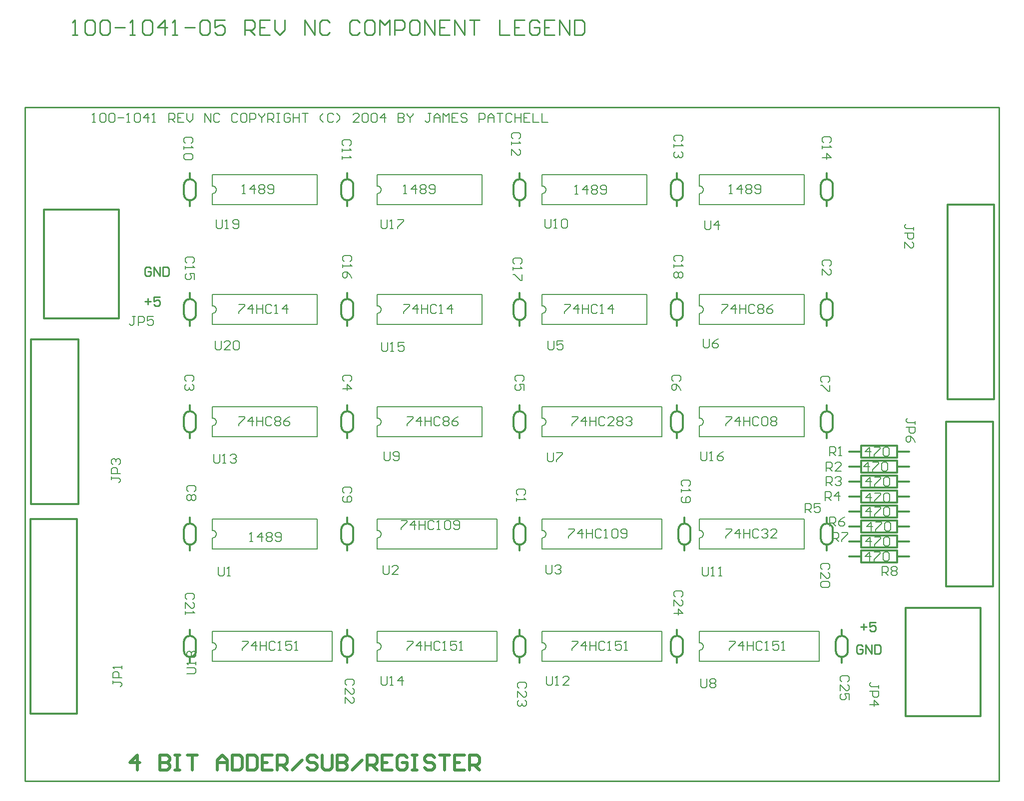
<source format=gto>
*%FSLAX23Y23*%
*%MOIN*%
G01*
%ADD11C,0.007*%
%ADD12C,0.008*%
%ADD13C,0.010*%
%ADD14C,0.012*%
%ADD15C,0.020*%
%ADD16C,0.036*%
%ADD17C,0.050*%
%ADD18C,0.056*%
%ADD19C,0.062*%
%ADD20C,0.068*%
%ADD21C,0.070*%
%ADD22C,0.090*%
%ADD23C,0.125*%
%ADD24C,0.131*%
%ADD25C,0.140*%
%ADD26C,0.160*%
%ADD27C,0.250*%
%ADD28R,0.062X0.062*%
%ADD29R,0.068X0.068*%
D12*
X7074Y9911D02*
X7094D01*
X7084D01*
Y9971D01*
X7085D01*
X7084D02*
X7074Y9961D01*
X7124D02*
X7134Y9971D01*
X7154D01*
X7164Y9961D01*
Y9921D01*
X7154Y9911D01*
X7134D01*
X7124Y9921D01*
Y9961D01*
X7184D02*
X7194Y9971D01*
X7214D01*
X7224Y9961D01*
Y9921D01*
X7214Y9911D01*
X7194D01*
X7184Y9921D01*
Y9961D01*
X7244Y9941D02*
X7284D01*
X7304Y9911D02*
X7324D01*
X7314D01*
Y9971D01*
X7315D01*
X7314D02*
X7304Y9961D01*
X7354D02*
X7364Y9971D01*
X7384D01*
X7394Y9961D01*
Y9921D01*
X7384Y9911D01*
X7364D01*
X7354Y9921D01*
Y9961D01*
X7444Y9971D02*
Y9911D01*
X7414Y9941D02*
X7444Y9971D01*
X7454Y9941D02*
X7414D01*
X7474Y9911D02*
X7494D01*
X7484D01*
Y9971D01*
X7485D01*
X7484D02*
X7474Y9961D01*
X7584Y9971D02*
Y9911D01*
Y9971D02*
X7614D01*
X7624Y9961D01*
Y9941D01*
X7614Y9931D01*
X7584D01*
X7604D02*
X7624Y9911D01*
X7644Y9971D02*
X7684D01*
X7644D02*
Y9911D01*
X7684D01*
X7664Y9941D02*
X7644D01*
X7704Y9931D02*
Y9971D01*
Y9931D02*
X7724Y9911D01*
X7744Y9931D01*
Y9971D01*
X7824D02*
Y9911D01*
X7864D02*
X7824Y9971D01*
X7864D02*
Y9911D01*
X7924Y9961D02*
X7914Y9971D01*
X7894D01*
X7884Y9961D01*
Y9921D01*
X7894Y9911D01*
X7914D01*
X7924Y9921D01*
X8034Y9971D02*
X8044Y9961D01*
X8034Y9971D02*
X8014D01*
X8004Y9961D01*
Y9921D01*
X8014Y9911D01*
X8034D01*
X8044Y9921D01*
X8074Y9971D02*
X8094D01*
X8074D02*
X8064Y9961D01*
Y9921D01*
X8074Y9911D01*
X8094D01*
X8104Y9921D01*
Y9961D01*
X8094Y9971D01*
X8124D02*
Y9911D01*
Y9971D02*
X8154D01*
X8164Y9961D01*
Y9941D01*
X8154Y9931D01*
X8124D01*
X8184Y9961D02*
Y9971D01*
Y9961D02*
X8204Y9941D01*
X8224Y9961D01*
Y9971D01*
X8204Y9941D02*
Y9911D01*
X8244D02*
Y9971D01*
X8274D01*
X8284Y9961D01*
Y9941D01*
X8274Y9931D01*
X8244D01*
X8264D02*
X8284Y9911D01*
X8304Y9971D02*
X8324D01*
X8314D01*
Y9911D01*
X8304D01*
X8324D01*
X8384Y9971D02*
X8394Y9961D01*
X8384Y9971D02*
X8364D01*
X8354Y9961D01*
Y9921D01*
X8364Y9911D01*
X8384D01*
X8394Y9921D01*
Y9941D01*
X8374D01*
X8414Y9971D02*
Y9911D01*
Y9941D01*
X8454D01*
Y9971D01*
Y9911D01*
X8474Y9971D02*
X8514D01*
X8494D01*
Y9911D01*
X8594Y9931D02*
X8614Y9911D01*
X8594Y9931D02*
Y9951D01*
X8614Y9971D01*
X8673D02*
X8683Y9961D01*
X8673Y9971D02*
X8653D01*
X8643Y9961D01*
Y9921D01*
X8653Y9911D01*
X8673D01*
X8683Y9921D01*
X8703Y9911D02*
X8723Y9931D01*
Y9951D01*
X8703Y9971D01*
X8813Y9911D02*
X8853D01*
X8813D02*
X8853Y9951D01*
Y9961D01*
X8843Y9971D01*
X8823D01*
X8813Y9961D01*
X8873D02*
X8883Y9971D01*
X8903D01*
X8913Y9961D01*
Y9921D01*
X8903Y9911D01*
X8883D01*
X8873Y9921D01*
Y9961D01*
X8933D02*
X8943Y9971D01*
X8963D01*
X8973Y9961D01*
Y9921D01*
X8963Y9911D01*
X8943D01*
X8933Y9921D01*
Y9961D01*
X9023Y9971D02*
Y9911D01*
X8993Y9941D02*
X9023Y9971D01*
X9033Y9941D02*
X8993D01*
X9113Y9971D02*
Y9911D01*
X9143D01*
X9153Y9921D01*
Y9931D01*
X9143Y9941D01*
X9113D01*
X9114D01*
X9113D02*
X9114D01*
X9113D02*
X9114D01*
X9113D02*
X9143D01*
X9153Y9951D01*
Y9961D01*
X9143Y9971D01*
X9113D01*
X9173D02*
Y9961D01*
X9193Y9941D01*
X9213Y9961D01*
Y9971D01*
X9193Y9941D02*
Y9911D01*
X9313Y9971D02*
X9333D01*
X9323D02*
X9313D01*
X9323D02*
Y9921D01*
X9313Y9911D01*
X9303D01*
X9293Y9921D01*
X9353Y9911D02*
Y9951D01*
X9373Y9971D01*
X9393Y9951D01*
Y9911D01*
Y9941D01*
X9353D01*
X9413Y9911D02*
Y9971D01*
X9433Y9951D01*
X9453Y9971D01*
Y9911D01*
X9473Y9971D02*
X9513D01*
X9473D02*
Y9911D01*
X9513D01*
X9493Y9941D02*
X9473D01*
X9563Y9971D02*
X9573Y9961D01*
X9563Y9971D02*
X9543D01*
X9533Y9961D01*
Y9951D01*
X9543Y9941D01*
X9563D01*
X9573Y9931D01*
Y9921D01*
X9563Y9911D01*
X9543D01*
X9533Y9921D01*
X9653Y9911D02*
Y9971D01*
X9683D01*
X9693Y9961D01*
Y9941D01*
X9683Y9931D01*
X9653D01*
X9713Y9911D02*
Y9951D01*
X9733Y9971D01*
X9753Y9951D01*
Y9911D01*
Y9941D01*
X9713D01*
X9773Y9971D02*
X9813D01*
X9793D01*
Y9911D01*
X9863Y9971D02*
X9873Y9961D01*
X9863Y9971D02*
X9843D01*
X9833Y9961D01*
Y9921D01*
X9843Y9911D01*
X9863D01*
X9873Y9921D01*
X9893Y9911D02*
Y9971D01*
Y9941D02*
Y9911D01*
Y9941D02*
X9933D01*
Y9971D01*
Y9911D01*
X9953Y9971D02*
X9993D01*
X9953D02*
Y9911D01*
X9993D01*
X9973Y9941D02*
X9953D01*
X10013Y9971D02*
Y9911D01*
X10053D01*
X10073D02*
Y9971D01*
Y9911D02*
X10113D01*
X11994Y9776D02*
X12004Y9786D01*
Y9806D01*
X11994Y9816D01*
X11954D01*
X11944Y9806D01*
Y9786D01*
X11954Y9776D01*
X11944Y9756D02*
Y9736D01*
Y9746D01*
X12004D01*
X12005D01*
X12004D02*
X11994Y9756D01*
X12004Y9676D02*
X11944D01*
X11974Y9706D02*
X12004Y9676D01*
X11974Y9666D02*
Y9706D01*
X12564Y7916D02*
Y7896D01*
Y7906D02*
Y7916D01*
Y7906D02*
X12514D01*
X12504Y7916D01*
Y7926D01*
X12514Y7936D01*
X12504Y7876D02*
X12564D01*
Y7846D01*
X12554Y7836D01*
X12534D01*
X12524Y7846D01*
Y7876D01*
X12554Y7796D02*
X12564Y7776D01*
X12554Y7796D02*
X12534Y7816D01*
X12514D01*
X12504Y7806D01*
Y7786D01*
X12514Y7776D01*
X12524D01*
X12534Y7786D01*
Y7816D01*
X12554Y9191D02*
Y9211D01*
Y9201D01*
X12504D01*
X12494Y9211D01*
Y9221D01*
X12504Y9231D01*
X12494Y9171D02*
X12554D01*
Y9141D01*
X12544Y9131D01*
X12524D01*
X12514Y9141D01*
Y9171D01*
X12494Y9111D02*
Y9071D01*
Y9111D02*
X12534Y9071D01*
X12544D01*
X12554Y9081D01*
Y9101D01*
X12544Y9111D01*
X12004Y8961D02*
X11994Y8951D01*
X12004Y8961D02*
Y8981D01*
X11994Y8991D01*
X11954D01*
X11944Y8981D01*
Y8961D01*
X11954Y8951D01*
X11944Y8931D02*
Y8891D01*
Y8931D02*
X11984Y8891D01*
X11994D01*
X12004Y8901D01*
Y8921D01*
X11994Y8931D01*
X12259Y7741D02*
Y7681D01*
X12229Y7711D02*
X12259Y7741D01*
X12269Y7711D02*
X12229D01*
X12289Y7741D02*
X12329D01*
Y7731D01*
X12289Y7691D01*
Y7681D01*
X12349Y7731D02*
X12359Y7741D01*
X12379D01*
X12389Y7731D01*
Y7691D01*
X12379Y7681D01*
X12359D01*
X12349Y7691D01*
Y7731D01*
X11994Y7746D02*
Y7686D01*
Y7746D02*
X12024D01*
X12034Y7736D01*
Y7716D01*
X12024Y7706D01*
X11994D01*
X12014D02*
X12034Y7686D01*
X12054D02*
X12074D01*
X12064D01*
Y7746D01*
X12065D01*
X12064D02*
X12054Y7736D01*
X11984Y8176D02*
X11994Y8186D01*
Y8206D01*
X11984Y8216D01*
X11944D01*
X11934Y8206D01*
Y8186D01*
X11944Y8176D01*
X11994Y8156D02*
Y8116D01*
X11984D01*
X11944Y8156D01*
X11934D01*
X12259Y7041D02*
Y6981D01*
X12229Y7011D02*
X12259Y7041D01*
X12269Y7011D02*
X12229D01*
X12289Y7041D02*
X12329D01*
Y7031D01*
X12289Y6991D01*
Y6981D01*
X12349Y7031D02*
X12359Y7041D01*
X12379D01*
X12389Y7031D01*
Y6991D01*
X12379Y6981D01*
X12359D01*
X12349Y6991D01*
Y7031D01*
X12344Y6946D02*
Y6886D01*
Y6946D02*
X12374D01*
X12384Y6936D01*
Y6916D01*
X12374Y6906D01*
X12344D01*
X12364D02*
X12384Y6886D01*
X12404Y6936D02*
X12414Y6946D01*
X12434D01*
X12444Y6936D01*
Y6926D01*
X12434Y6916D01*
X12444Y6906D01*
Y6896D01*
X12434Y6886D01*
X12414D01*
X12404Y6896D01*
Y6906D01*
X12414Y6916D01*
X12404Y6926D01*
Y6936D01*
X12414Y6916D02*
X12434D01*
X12264Y7081D02*
Y7141D01*
X12234Y7111D01*
X12274D01*
X12294Y7141D02*
X12334D01*
Y7131D01*
X12294Y7091D01*
Y7081D01*
X12354Y7131D02*
X12364Y7141D01*
X12384D01*
X12394Y7131D01*
Y7091D01*
X12384Y7081D01*
X12364D01*
X12354Y7091D01*
Y7131D01*
X12014Y7111D02*
Y7171D01*
X12044D01*
X12054Y7161D01*
Y7141D01*
X12044Y7131D01*
X12014D01*
X12034D02*
X12054Y7111D01*
X12074Y7171D02*
X12114D01*
Y7161D01*
X12074Y7121D01*
Y7111D01*
X12269Y7181D02*
Y7241D01*
X12239Y7211D01*
X12279D01*
X12299Y7241D02*
X12339D01*
Y7231D01*
X12299Y7191D01*
Y7181D01*
X12359Y7231D02*
X12369Y7241D01*
X12389D01*
X12399Y7231D01*
Y7191D01*
X12389Y7181D01*
X12369D01*
X12359Y7191D01*
Y7231D01*
X11994Y7216D02*
Y7276D01*
X12024D01*
X12034Y7266D01*
Y7246D01*
X12024Y7236D01*
X11994D01*
X12014D02*
X12034Y7216D01*
X12074Y7266D02*
X12094Y7276D01*
X12074Y7266D02*
X12054Y7246D01*
Y7226D01*
X12064Y7216D01*
X12084D01*
X12094Y7226D01*
Y7236D01*
X12084Y7246D01*
X12054D01*
X12264Y7281D02*
Y7341D01*
X12234Y7311D01*
X12274D01*
X12294Y7341D02*
X12334D01*
Y7331D01*
X12294Y7291D01*
Y7281D01*
X12354Y7331D02*
X12364Y7341D01*
X12384D01*
X12394Y7331D01*
Y7291D01*
X12384Y7281D01*
X12364D01*
X12354Y7291D01*
Y7331D01*
X11829Y7306D02*
Y7366D01*
X11859D01*
X11869Y7356D01*
Y7336D01*
X11859Y7326D01*
X11829D01*
X11849D02*
X11869Y7306D01*
X11889Y7366D02*
X11929D01*
X11889D02*
Y7336D01*
X11909Y7346D01*
X11919D01*
X11929Y7336D01*
Y7316D01*
X11919Y7306D01*
X11899D01*
X11889Y7316D01*
X12264Y7376D02*
Y7436D01*
X12234Y7406D01*
X12274D01*
X12294Y7436D02*
X12334D01*
Y7426D01*
X12294Y7386D01*
Y7376D01*
X12354Y7426D02*
X12364Y7436D01*
X12384D01*
X12394Y7426D01*
Y7386D01*
X12384Y7376D01*
X12364D01*
X12354Y7386D01*
Y7426D01*
X11964Y7446D02*
Y7386D01*
Y7446D02*
X11994D01*
X12004Y7436D01*
Y7416D01*
X11994Y7406D01*
X11964D01*
X11984D02*
X12004Y7386D01*
X12054D02*
Y7446D01*
X12024Y7416D01*
X12064D01*
X12264Y7481D02*
Y7541D01*
X12234Y7511D01*
X12274D01*
X12294Y7541D02*
X12334D01*
Y7531D01*
X12294Y7491D01*
Y7481D01*
X12354Y7531D02*
X12364Y7541D01*
X12384D01*
X12394Y7531D01*
Y7491D01*
X12384Y7481D01*
X12364D01*
X12354Y7491D01*
Y7531D01*
X11969Y7546D02*
Y7486D01*
Y7546D02*
X11999D01*
X12009Y7536D01*
Y7516D01*
X11999Y7506D01*
X11969D01*
X11989D02*
X12009Y7486D01*
X12029Y7536D02*
X12039Y7546D01*
X12059D01*
X12069Y7536D01*
Y7526D01*
X12070D01*
X12069D02*
X12070D01*
X12069D02*
X12070D01*
X12069D02*
X12059Y7516D01*
X12049D01*
X12059D01*
X12069Y7506D01*
Y7496D01*
X12059Y7486D01*
X12039D01*
X12029Y7496D01*
X12249Y7581D02*
Y7641D01*
X12219Y7611D01*
X12259D01*
X12279Y7641D02*
X12319D01*
Y7631D01*
X12279Y7591D01*
Y7581D01*
X12339Y7631D02*
X12349Y7641D01*
X12369D01*
X12379Y7631D01*
Y7591D01*
X12369Y7581D01*
X12349D01*
X12339Y7591D01*
Y7631D01*
X11969Y7641D02*
Y7581D01*
Y7641D02*
X11999D01*
X12009Y7631D01*
Y7611D01*
X11999Y7601D01*
X11969D01*
X11989D02*
X12009Y7581D01*
X12029D02*
X12069D01*
X12029D02*
X12069Y7621D01*
Y7631D01*
X12059Y7641D01*
X12039D01*
X12029Y7631D01*
X11994Y6936D02*
X11984Y6926D01*
X11994Y6936D02*
Y6956D01*
X11984Y6966D01*
X11944D01*
X11934Y6956D01*
Y6936D01*
X11944Y6926D01*
X11934Y6906D02*
Y6866D01*
Y6906D02*
X11974Y6866D01*
X11984D01*
X11994Y6876D01*
Y6896D01*
X11984Y6906D01*
Y6846D02*
X11994Y6836D01*
Y6816D01*
X11984Y6806D01*
X11944D01*
X11934Y6816D01*
Y6836D01*
X11944Y6846D01*
X11984D01*
X12319Y6151D02*
Y6131D01*
Y6141D02*
Y6151D01*
Y6141D02*
X12269D01*
X12259Y6151D01*
Y6161D01*
X12269Y6171D01*
X12259Y6111D02*
X12319D01*
Y6081D01*
X12309Y6071D01*
X12289D01*
X12279Y6081D01*
Y6111D01*
X12259Y6021D02*
X12319D01*
X12289Y6051D01*
Y6011D01*
X12124Y6186D02*
X12114Y6176D01*
X12124Y6186D02*
Y6206D01*
X12114Y6216D01*
X12074D01*
X12064Y6206D01*
Y6186D01*
X12074Y6176D01*
X12064Y6156D02*
Y6116D01*
Y6156D02*
X12104Y6116D01*
X12114D01*
X12124Y6126D01*
Y6146D01*
X12114Y6156D01*
X12124Y6096D02*
Y6056D01*
Y6096D02*
X12094D01*
X12104Y6076D01*
Y6066D01*
X12094Y6056D01*
X12074D01*
X12064Y6066D01*
Y6086D01*
X12074Y6096D01*
X11124Y9436D02*
X11127Y9436D01*
X11130Y9437D01*
X11134Y9438D01*
X11136Y9439D01*
X11139Y9441D01*
X11142Y9443D01*
X11144Y9446D01*
X11146Y9448D01*
X11147Y9451D01*
X11148Y9455D01*
X11149Y9458D01*
X11149Y9461D01*
X11149Y9464D01*
X11148Y9467D01*
X11147Y9471D01*
X11146Y9474D01*
X11144Y9476D01*
X11142Y9479D01*
X11139Y9481D01*
X11136Y9483D01*
X11134Y9484D01*
X11130Y9485D01*
X11127Y9486D01*
X11124Y9486D01*
Y9436D02*
Y9361D01*
Y9486D02*
Y9561D01*
X11824D02*
Y9361D01*
Y9561D02*
X11124D01*
Y9361D02*
X11824D01*
X11344Y9436D02*
X11324D01*
X11334D02*
X11344D01*
X11334D02*
Y9496D01*
X11335D01*
X11334D02*
X11324Y9486D01*
X11404Y9496D02*
Y9436D01*
X11374Y9466D02*
X11404Y9496D01*
X11414Y9466D02*
X11374D01*
X11434Y9486D02*
X11444Y9496D01*
X11464D01*
X11474Y9486D01*
Y9476D01*
X11464Y9466D01*
X11474Y9456D01*
Y9446D01*
X11464Y9436D01*
X11444D01*
X11434Y9446D01*
Y9456D01*
X11444Y9466D01*
X11434Y9476D01*
Y9486D01*
X11444Y9466D02*
X11464D01*
X11494Y9446D02*
X11504Y9436D01*
X11524D01*
X11534Y9446D01*
Y9486D01*
X11524Y9496D01*
X11504D01*
X11494Y9486D01*
Y9476D01*
X11504Y9466D01*
X11534D01*
X11159Y9256D02*
Y9206D01*
X11169Y9196D01*
X11189D01*
X11199Y9206D01*
Y9256D01*
X11249D02*
Y9196D01*
X11219Y9226D02*
X11249Y9256D01*
X11259Y9226D02*
X11219D01*
X11004Y9786D02*
X11014Y9796D01*
Y9816D01*
X11004Y9826D01*
X10964D01*
X10954Y9816D01*
Y9796D01*
X10964Y9786D01*
X10954Y9766D02*
Y9746D01*
Y9756D01*
X11014D01*
X11015D01*
X11014D02*
X11004Y9766D01*
Y9716D02*
X11014Y9706D01*
Y9686D01*
X11004Y9676D01*
X10994D01*
X10995D01*
X10994D02*
X10995D01*
X10994D02*
X10995D01*
X10994D02*
X10984Y9686D01*
Y9696D01*
Y9686D01*
X10974Y9676D01*
X10964D01*
X10954Y9686D01*
Y9706D01*
X10964Y9716D01*
X11124Y7936D02*
X11127Y7936D01*
X11130Y7935D01*
X11134Y7934D01*
X11136Y7933D01*
X11139Y7931D01*
X11142Y7929D01*
X11144Y7926D01*
X11146Y7924D01*
X11147Y7921D01*
X11148Y7917D01*
X11149Y7914D01*
X11149Y7911D01*
X11149Y7908D01*
X11148Y7905D01*
X11147Y7901D01*
X11146Y7898D01*
X11144Y7896D01*
X11142Y7893D01*
X11139Y7891D01*
X11136Y7889D01*
X11134Y7888D01*
X11130Y7887D01*
X11127Y7886D01*
X11124Y7886D01*
Y7811D01*
Y7936D02*
Y8011D01*
X11824D02*
Y7811D01*
Y8011D02*
X11124D01*
Y7811D02*
X11824D01*
X11339Y7946D02*
X11299D01*
X11339D02*
Y7936D01*
X11299Y7896D01*
Y7886D01*
X11389D02*
Y7946D01*
X11359Y7916D01*
X11399D01*
X11419Y7946D02*
Y7886D01*
Y7916D01*
X11459D01*
Y7946D01*
Y7886D01*
X11519Y7936D02*
X11509Y7946D01*
X11489D01*
X11479Y7936D01*
Y7896D01*
X11489Y7886D01*
X11509D01*
X11519Y7896D01*
X11539Y7936D02*
X11549Y7946D01*
X11569D01*
X11579Y7936D01*
Y7896D01*
X11569Y7886D01*
X11549D01*
X11539Y7896D01*
Y7936D01*
X11599D02*
X11609Y7946D01*
X11629D01*
X11639Y7936D01*
Y7926D01*
X11629Y7916D01*
X11639Y7906D01*
Y7896D01*
X11629Y7886D01*
X11609D01*
X11599Y7896D01*
Y7906D01*
X11609Y7916D01*
X11599Y7926D01*
Y7936D01*
X11609Y7916D02*
X11629D01*
X11134Y7711D02*
Y7661D01*
X11144Y7651D01*
X11164D01*
X11174Y7661D01*
Y7711D01*
X11194Y7651D02*
X11214D01*
X11204D01*
Y7711D01*
X11205D01*
X11204D02*
X11194Y7701D01*
X11264D02*
X11284Y7711D01*
X11264Y7701D02*
X11244Y7681D01*
Y7661D01*
X11254Y7651D01*
X11274D01*
X11284Y7661D01*
Y7671D01*
X11274Y7681D01*
X11244D01*
X11124Y8636D02*
X11127Y8636D01*
X11130Y8637D01*
X11134Y8638D01*
X11136Y8639D01*
X11139Y8641D01*
X11142Y8643D01*
X11144Y8646D01*
X11146Y8648D01*
X11147Y8651D01*
X11148Y8655D01*
X11149Y8658D01*
X11149Y8661D01*
X11149Y8664D01*
X11148Y8667D01*
X11147Y8671D01*
X11146Y8674D01*
X11144Y8676D01*
X11142Y8679D01*
X11139Y8681D01*
X11136Y8683D01*
X11134Y8684D01*
X11130Y8685D01*
X11127Y8686D01*
X11124Y8686D01*
Y8636D02*
Y8561D01*
Y8686D02*
Y8761D01*
X11824D02*
Y8561D01*
Y8761D02*
X11124D01*
Y8561D02*
X11824D01*
X11314Y8696D02*
X11274D01*
X11314D02*
Y8686D01*
X11274Y8646D01*
Y8636D01*
X11364D02*
Y8696D01*
X11334Y8666D01*
X11374D01*
X11394Y8696D02*
Y8636D01*
Y8666D01*
X11434D01*
Y8696D01*
Y8636D01*
X11494Y8686D02*
X11484Y8696D01*
X11464D01*
X11454Y8686D01*
Y8646D01*
X11464Y8636D01*
X11484D01*
X11494Y8646D01*
X11514Y8686D02*
X11524Y8696D01*
X11544D01*
X11554Y8686D01*
Y8676D01*
X11544Y8666D01*
X11554Y8656D01*
Y8646D01*
X11544Y8636D01*
X11524D01*
X11514Y8646D01*
Y8656D01*
X11524Y8666D01*
X11514Y8676D01*
Y8686D01*
X11524Y8666D02*
X11544D01*
X11594Y8686D02*
X11614Y8696D01*
X11594Y8686D02*
X11574Y8666D01*
Y8646D01*
X11584Y8636D01*
X11604D01*
X11614Y8646D01*
Y8656D01*
X11604Y8666D01*
X11574D01*
X11149Y8466D02*
Y8416D01*
X11159Y8406D01*
X11179D01*
X11189Y8416D01*
Y8466D01*
X11229Y8456D02*
X11249Y8466D01*
X11229Y8456D02*
X11209Y8436D01*
Y8416D01*
X11219Y8406D01*
X11239D01*
X11249Y8416D01*
Y8426D01*
X11239Y8436D01*
X11209D01*
X10999Y8191D02*
X10989Y8181D01*
X10999Y8191D02*
Y8211D01*
X10989Y8221D01*
X10949D01*
X10939Y8211D01*
Y8191D01*
X10949Y8181D01*
X10989Y8141D02*
X10999Y8121D01*
X10989Y8141D02*
X10969Y8161D01*
X10949D01*
X10939Y8151D01*
Y8131D01*
X10949Y8121D01*
X10959D01*
X10969Y8131D01*
Y8161D01*
X11004Y8981D02*
X11014Y8991D01*
Y9011D01*
X11004Y9021D01*
X10964D01*
X10954Y9011D01*
Y8991D01*
X10964Y8981D01*
X10954Y8961D02*
Y8941D01*
Y8951D01*
X11014D01*
X11015D01*
X11014D02*
X11004Y8961D01*
Y8911D02*
X11014Y8901D01*
Y8881D01*
X11004Y8871D01*
X10994D01*
X10984Y8881D01*
X10974Y8871D01*
X10964D01*
X10954Y8881D01*
Y8901D01*
X10964Y8911D01*
X10974D01*
X10984Y8901D01*
X10994Y8911D01*
X11004D01*
X10984Y8901D02*
Y8881D01*
X11064Y7491D02*
X11054Y7481D01*
X11064Y7491D02*
Y7511D01*
X11054Y7521D01*
X11014D01*
X11004Y7511D01*
Y7491D01*
X11014Y7481D01*
X11004Y7461D02*
Y7441D01*
Y7451D01*
X11064D01*
X11065D01*
X11064D02*
X11054Y7461D01*
X11014Y7411D02*
X11004Y7401D01*
Y7381D01*
X11014Y7371D01*
X11054D01*
X11064Y7381D01*
Y7401D01*
X11054Y7411D01*
X11044D01*
X11034Y7401D01*
Y7371D01*
X11014Y6751D02*
X11004Y6741D01*
X11014Y6751D02*
Y6771D01*
X11004Y6781D01*
X10964D01*
X10954Y6771D01*
Y6751D01*
X10964Y6741D01*
X10954Y6721D02*
Y6681D01*
Y6721D02*
X10994Y6681D01*
X11004D01*
X11014Y6691D01*
Y6711D01*
X11004Y6721D01*
X11014Y6631D02*
X10954D01*
X10984Y6661D02*
X11014Y6631D01*
X10984Y6621D02*
Y6661D01*
X11124Y6436D02*
X11127Y6436D01*
X11130Y6435D01*
X11134Y6434D01*
X11136Y6433D01*
X11139Y6431D01*
X11142Y6429D01*
X11144Y6426D01*
X11146Y6424D01*
X11147Y6421D01*
X11148Y6417D01*
X11149Y6414D01*
X11149Y6411D01*
X11149Y6408D01*
X11148Y6405D01*
X11147Y6401D01*
X11146Y6398D01*
X11144Y6396D01*
X11142Y6393D01*
X11139Y6391D01*
X11136Y6389D01*
X11134Y6388D01*
X11130Y6387D01*
X11127Y6386D01*
X11124Y6386D01*
Y6311D01*
Y6436D02*
Y6511D01*
X11924D02*
Y6311D01*
Y6511D02*
X11124D01*
Y6311D02*
X11924D01*
X11364Y6446D02*
X11324D01*
X11364D02*
Y6436D01*
X11324Y6396D01*
Y6386D01*
X11414D02*
Y6446D01*
X11384Y6416D01*
X11424D01*
X11444Y6446D02*
Y6386D01*
Y6416D01*
X11484D01*
Y6446D01*
Y6386D01*
X11544Y6436D02*
X11534Y6446D01*
X11514D01*
X11504Y6436D01*
Y6396D01*
X11514Y6386D01*
X11534D01*
X11544Y6396D01*
X11564Y6386D02*
X11584D01*
X11574D01*
Y6446D01*
X11575D01*
X11574D02*
X11564Y6436D01*
X11614Y6446D02*
X11654D01*
X11614D02*
Y6416D01*
X11634Y6426D01*
X11644D01*
X11654Y6416D01*
Y6396D01*
X11644Y6386D01*
X11624D01*
X11614Y6396D01*
X11674Y6386D02*
X11694D01*
X11684D01*
Y6446D01*
X11685D01*
X11684D02*
X11674Y6436D01*
X11134Y6196D02*
Y6146D01*
X11144Y6136D01*
X11164D01*
X11174Y6146D01*
Y6196D01*
X11194Y6186D02*
X11204Y6196D01*
X11224D01*
X11234Y6186D01*
Y6176D01*
X11224Y6166D01*
X11234Y6156D01*
Y6146D01*
X11224Y6136D01*
X11204D01*
X11194Y6146D01*
Y6156D01*
X11204Y6166D01*
X11194Y6176D01*
Y6186D01*
X11204Y6166D02*
X11224D01*
X11124Y7136D02*
X11127Y7136D01*
X11130Y7137D01*
X11134Y7138D01*
X11136Y7139D01*
X11139Y7141D01*
X11142Y7143D01*
X11144Y7146D01*
X11146Y7148D01*
X11147Y7151D01*
X11148Y7155D01*
X11149Y7158D01*
X11149Y7161D01*
X11149Y7164D01*
X11148Y7167D01*
X11147Y7171D01*
X11146Y7174D01*
X11144Y7176D01*
X11142Y7179D01*
X11139Y7181D01*
X11136Y7183D01*
X11134Y7184D01*
X11130Y7185D01*
X11127Y7186D01*
X11124Y7186D01*
Y7136D02*
Y7061D01*
Y7186D02*
Y7261D01*
X11824D02*
Y7061D01*
Y7261D02*
X11124D01*
Y7061D02*
X11824D01*
X11339Y7196D02*
X11299D01*
X11339D02*
Y7186D01*
X11299Y7146D01*
Y7136D01*
X11389D02*
Y7196D01*
X11359Y7166D01*
X11399D01*
X11419Y7196D02*
Y7136D01*
Y7166D01*
X11459D01*
Y7196D01*
Y7136D01*
X11519Y7186D02*
X11509Y7196D01*
X11489D01*
X11479Y7186D01*
Y7146D01*
X11489Y7136D01*
X11509D01*
X11519Y7146D01*
X11539Y7186D02*
X11549Y7196D01*
X11569D01*
X11579Y7186D01*
Y7176D01*
X11580D01*
X11579D02*
X11580D01*
X11579D02*
X11580D01*
X11579D02*
X11569Y7166D01*
X11559D01*
X11569D01*
X11579Y7156D01*
Y7146D01*
X11569Y7136D01*
X11549D01*
X11539Y7146D01*
X11599Y7136D02*
X11639D01*
X11599D02*
X11639Y7176D01*
Y7186D01*
X11629Y7196D01*
X11609D01*
X11599Y7186D01*
X11144Y6941D02*
Y6891D01*
X11154Y6881D01*
X11174D01*
X11184Y6891D01*
Y6941D01*
X11204Y6881D02*
X11224D01*
X11214D01*
Y6941D01*
X11215D01*
X11214D02*
X11204Y6931D01*
X11254Y6881D02*
X11274D01*
X11264D01*
Y6941D01*
X11265D01*
X11264D02*
X11254Y6931D01*
X8974Y9436D02*
X8977Y9436D01*
X8980Y9437D01*
X8984Y9438D01*
X8986Y9439D01*
X8989Y9441D01*
X8992Y9443D01*
X8994Y9446D01*
X8996Y9448D01*
X8997Y9451D01*
X8998Y9455D01*
X8999Y9458D01*
X8999Y9461D01*
X8999Y9464D01*
X8998Y9467D01*
X8997Y9471D01*
X8996Y9474D01*
X8994Y9476D01*
X8992Y9479D01*
X8989Y9481D01*
X8986Y9483D01*
X8984Y9484D01*
X8980Y9485D01*
X8977Y9486D01*
X8974Y9486D01*
Y9436D02*
Y9361D01*
Y9486D02*
Y9561D01*
X9674D02*
Y9361D01*
Y9561D02*
X8974D01*
Y9361D02*
X9674D01*
X9169Y9436D02*
X9149D01*
X9159D02*
X9169D01*
X9159D02*
Y9496D01*
X9160D01*
X9159D02*
X9149Y9486D01*
X9229Y9496D02*
Y9436D01*
X9199Y9466D02*
X9229Y9496D01*
X9239Y9466D02*
X9199D01*
X9259Y9486D02*
X9269Y9496D01*
X9289D01*
X9299Y9486D01*
Y9476D01*
X9289Y9466D01*
X9299Y9456D01*
Y9446D01*
X9289Y9436D01*
X9269D01*
X9259Y9446D01*
Y9456D01*
X9269Y9466D01*
X9259Y9476D01*
Y9486D01*
X9269Y9466D02*
X9289D01*
X9319Y9446D02*
X9329Y9436D01*
X9349D01*
X9359Y9446D01*
Y9486D01*
X9349Y9496D01*
X9329D01*
X9319Y9486D01*
Y9476D01*
X9329Y9466D01*
X9359D01*
X8999Y9261D02*
Y9211D01*
X9009Y9201D01*
X9029D01*
X9039Y9211D01*
Y9261D01*
X9059Y9201D02*
X9079D01*
X9069D01*
Y9261D01*
X9070D01*
X9069D02*
X9059Y9251D01*
X9109Y9261D02*
X9149D01*
Y9251D01*
X9109Y9211D01*
Y9201D01*
X10074Y9436D02*
X10077Y9436D01*
X10080Y9437D01*
X10084Y9438D01*
X10086Y9439D01*
X10089Y9441D01*
X10092Y9443D01*
X10094Y9446D01*
X10096Y9448D01*
X10097Y9451D01*
X10098Y9455D01*
X10099Y9458D01*
X10099Y9461D01*
X10099Y9464D01*
X10098Y9467D01*
X10097Y9471D01*
X10096Y9474D01*
X10094Y9476D01*
X10092Y9479D01*
X10089Y9481D01*
X10086Y9483D01*
X10084Y9484D01*
X10080Y9485D01*
X10077Y9486D01*
X10074Y9486D01*
Y9436D02*
Y9361D01*
Y9486D02*
Y9561D01*
X10774D02*
Y9361D01*
Y9561D02*
X10074D01*
Y9361D02*
X10774D01*
X10314Y9431D02*
X10294D01*
X10304D02*
X10314D01*
X10304D02*
Y9491D01*
X10305D01*
X10304D02*
X10294Y9481D01*
X10374Y9491D02*
Y9431D01*
X10344Y9461D02*
X10374Y9491D01*
X10384Y9461D02*
X10344D01*
X10404Y9481D02*
X10414Y9491D01*
X10434D01*
X10444Y9481D01*
Y9471D01*
X10434Y9461D01*
X10444Y9451D01*
Y9441D01*
X10434Y9431D01*
X10414D01*
X10404Y9441D01*
Y9451D01*
X10414Y9461D01*
X10404Y9471D01*
Y9481D01*
X10414Y9461D02*
X10434D01*
X10464Y9441D02*
X10474Y9431D01*
X10494D01*
X10504Y9441D01*
Y9481D01*
X10494Y9491D01*
X10474D01*
X10464Y9481D01*
Y9471D01*
X10474Y9461D01*
X10504D01*
X10094Y9266D02*
Y9216D01*
X10104Y9206D01*
X10124D01*
X10134Y9216D01*
Y9266D01*
X10154Y9206D02*
X10174D01*
X10164D01*
Y9266D01*
X10165D01*
X10164D02*
X10154Y9256D01*
X10204D02*
X10214Y9266D01*
X10234D01*
X10244Y9256D01*
Y9216D01*
X10234Y9206D01*
X10214D01*
X10204Y9216D01*
Y9256D01*
X8799Y9766D02*
X8789Y9756D01*
X8799Y9766D02*
Y9786D01*
X8789Y9796D01*
X8749D01*
X8739Y9786D01*
Y9766D01*
X8749Y9756D01*
X8739Y9736D02*
Y9716D01*
Y9726D01*
X8799D01*
X8800D01*
X8799D02*
X8789Y9736D01*
X8739Y9686D02*
Y9666D01*
Y9676D01*
X8799D01*
X8800D01*
X8799D02*
X8789Y9686D01*
X9919Y9801D02*
X9929Y9811D01*
Y9831D01*
X9919Y9841D01*
X9879D01*
X9869Y9831D01*
Y9811D01*
X9879Y9801D01*
X9869Y9781D02*
Y9761D01*
Y9771D01*
X9929D01*
X9930D01*
X9929D02*
X9919Y9781D01*
X9869Y9731D02*
Y9691D01*
Y9731D02*
X9909Y9691D01*
X9919D01*
X9929Y9701D01*
Y9721D01*
X9919Y9731D01*
X8974Y8686D02*
X8977Y8686D01*
X8980Y8685D01*
X8984Y8684D01*
X8986Y8683D01*
X8989Y8681D01*
X8992Y8679D01*
X8994Y8676D01*
X8996Y8674D01*
X8997Y8671D01*
X8998Y8667D01*
X8999Y8664D01*
X8999Y8661D01*
X8999Y8658D01*
X8998Y8655D01*
X8997Y8651D01*
X8996Y8648D01*
X8994Y8646D01*
X8992Y8643D01*
X8989Y8641D01*
X8986Y8639D01*
X8984Y8638D01*
X8980Y8637D01*
X8977Y8636D01*
X8974Y8636D01*
Y8561D01*
Y8686D02*
Y8761D01*
X9674D02*
Y8561D01*
Y8761D02*
X8974D01*
Y8561D02*
X9674D01*
X9189Y8696D02*
X9149D01*
X9189D02*
Y8686D01*
X9149Y8646D01*
Y8636D01*
X9239D02*
Y8696D01*
X9209Y8666D01*
X9249D01*
X9269Y8696D02*
Y8636D01*
Y8666D01*
X9309D01*
Y8696D01*
Y8636D01*
X9369Y8686D02*
X9359Y8696D01*
X9339D01*
X9329Y8686D01*
Y8646D01*
X9339Y8636D01*
X9359D01*
X9369Y8646D01*
X9389Y8636D02*
X9409D01*
X9399D01*
Y8696D01*
X9400D01*
X9399D02*
X9389Y8686D01*
X9469Y8696D02*
Y8636D01*
X9439Y8666D02*
X9469Y8696D01*
X9479Y8666D02*
X9439D01*
X9004Y8441D02*
Y8391D01*
X9014Y8381D01*
X9034D01*
X9044Y8391D01*
Y8441D01*
X9064Y8381D02*
X9084D01*
X9074D01*
Y8441D01*
X9075D01*
X9074D02*
X9064Y8431D01*
X9114Y8441D02*
X9154D01*
X9114D02*
Y8411D01*
X9134Y8421D01*
X9144D01*
X9154Y8411D01*
Y8391D01*
X9144Y8381D01*
X9124D01*
X9114Y8391D01*
X8974Y7936D02*
X8977Y7936D01*
X8980Y7935D01*
X8984Y7934D01*
X8986Y7933D01*
X8989Y7931D01*
X8992Y7929D01*
X8994Y7926D01*
X8996Y7924D01*
X8997Y7921D01*
X8998Y7917D01*
X8999Y7914D01*
X8999Y7911D01*
X8999Y7908D01*
X8998Y7905D01*
X8997Y7901D01*
X8996Y7898D01*
X8994Y7896D01*
X8992Y7893D01*
X8989Y7891D01*
X8986Y7889D01*
X8984Y7888D01*
X8980Y7887D01*
X8977Y7886D01*
X8974Y7886D01*
Y7811D01*
Y7936D02*
Y8011D01*
X9674D02*
Y7811D01*
Y8011D02*
X8974D01*
Y7811D02*
X9674D01*
X9214Y7946D02*
X9174D01*
X9214D02*
Y7936D01*
X9174Y7896D01*
Y7886D01*
X9264D02*
Y7946D01*
X9234Y7916D01*
X9274D01*
X9294Y7946D02*
Y7886D01*
Y7916D01*
X9334D01*
Y7946D01*
Y7886D01*
X9394Y7936D02*
X9384Y7946D01*
X9364D01*
X9354Y7936D01*
Y7896D01*
X9364Y7886D01*
X9384D01*
X9394Y7896D01*
X9414Y7936D02*
X9424Y7946D01*
X9444D01*
X9454Y7936D01*
Y7926D01*
X9444Y7916D01*
X9454Y7906D01*
Y7896D01*
X9444Y7886D01*
X9424D01*
X9414Y7896D01*
Y7906D01*
X9424Y7916D01*
X9414Y7926D01*
Y7936D01*
X9424Y7916D02*
X9444D01*
X9494Y7936D02*
X9514Y7946D01*
X9494Y7936D02*
X9474Y7916D01*
Y7896D01*
X9484Y7886D01*
X9504D01*
X9514Y7896D01*
Y7906D01*
X9504Y7916D01*
X9474D01*
X9019Y7711D02*
Y7661D01*
X9029Y7651D01*
X9049D01*
X9059Y7661D01*
Y7711D01*
X9079Y7661D02*
X9089Y7651D01*
X9109D01*
X9119Y7661D01*
Y7701D01*
X9109Y7711D01*
X9089D01*
X9079Y7701D01*
Y7691D01*
X9089Y7681D01*
X9119D01*
X10074Y7886D02*
X10077Y7886D01*
X10080Y7887D01*
X10084Y7888D01*
X10086Y7889D01*
X10089Y7891D01*
X10092Y7893D01*
X10094Y7896D01*
X10096Y7898D01*
X10097Y7901D01*
X10098Y7905D01*
X10099Y7908D01*
X10099Y7911D01*
X10099Y7914D01*
X10098Y7917D01*
X10097Y7921D01*
X10096Y7924D01*
X10094Y7926D01*
X10092Y7929D01*
X10089Y7931D01*
X10086Y7933D01*
X10084Y7934D01*
X10080Y7935D01*
X10077Y7936D01*
X10074Y7936D01*
Y7886D02*
Y7811D01*
Y7936D02*
Y8011D01*
X10874D02*
Y7811D01*
Y8011D02*
X10074D01*
Y7811D02*
X10874D01*
X10314Y7946D02*
X10274D01*
X10314D02*
Y7936D01*
X10274Y7896D01*
Y7886D01*
X10364D02*
Y7946D01*
X10334Y7916D01*
X10374D01*
X10394Y7946D02*
Y7886D01*
Y7916D01*
X10434D01*
Y7946D01*
Y7886D01*
X10494Y7936D02*
X10484Y7946D01*
X10464D01*
X10454Y7936D01*
Y7896D01*
X10464Y7886D01*
X10484D01*
X10494Y7896D01*
X10514Y7886D02*
X10554D01*
X10514D02*
X10554Y7926D01*
Y7936D01*
X10544Y7946D01*
X10524D01*
X10514Y7936D01*
X10574D02*
X10584Y7946D01*
X10604D01*
X10614Y7936D01*
Y7926D01*
X10604Y7916D01*
X10614Y7906D01*
Y7896D01*
X10604Y7886D01*
X10584D01*
X10574Y7896D01*
Y7906D01*
X10584Y7916D01*
X10574Y7926D01*
Y7936D01*
X10584Y7916D02*
X10604D01*
X10634Y7936D02*
X10644Y7946D01*
X10664D01*
X10674Y7936D01*
Y7926D01*
X10675D01*
X10674D02*
X10675D01*
X10674D02*
X10675D01*
X10674D02*
X10664Y7916D01*
X10654D01*
X10664D01*
X10674Y7906D01*
Y7896D01*
X10664Y7886D01*
X10644D01*
X10634Y7896D01*
X10109Y7706D02*
Y7656D01*
X10119Y7646D01*
X10139D01*
X10149Y7656D01*
Y7706D01*
X10169D02*
X10209D01*
Y7696D01*
X10169Y7656D01*
Y7646D01*
X10074Y8636D02*
X10077Y8636D01*
X10080Y8637D01*
X10084Y8638D01*
X10086Y8639D01*
X10089Y8641D01*
X10092Y8643D01*
X10094Y8646D01*
X10096Y8648D01*
X10097Y8651D01*
X10098Y8655D01*
X10099Y8658D01*
X10099Y8661D01*
X10099Y8664D01*
X10098Y8667D01*
X10097Y8671D01*
X10096Y8674D01*
X10094Y8676D01*
X10092Y8679D01*
X10089Y8681D01*
X10086Y8683D01*
X10084Y8684D01*
X10080Y8685D01*
X10077Y8686D01*
X10074Y8686D01*
Y8636D02*
Y8561D01*
Y8686D02*
Y8761D01*
X10774D02*
Y8561D01*
Y8761D02*
X10074D01*
Y8561D02*
X10774D01*
X10264Y8696D02*
X10224D01*
X10264D02*
Y8686D01*
X10224Y8646D01*
Y8636D01*
X10314D02*
Y8696D01*
X10284Y8666D01*
X10324D01*
X10344Y8696D02*
Y8636D01*
Y8666D01*
X10384D01*
Y8696D01*
Y8636D01*
X10444Y8686D02*
X10434Y8696D01*
X10414D01*
X10404Y8686D01*
Y8646D01*
X10414Y8636D01*
X10434D01*
X10444Y8646D01*
X10464Y8636D02*
X10484D01*
X10474D01*
Y8696D01*
X10475D01*
X10474D02*
X10464Y8686D01*
X10544Y8696D02*
Y8636D01*
X10514Y8666D02*
X10544Y8696D01*
X10554Y8666D02*
X10514D01*
X10114Y8451D02*
Y8401D01*
X10124Y8391D01*
X10144D01*
X10154Y8401D01*
Y8451D01*
X10174D02*
X10214D01*
X10174D02*
Y8421D01*
X10194Y8431D01*
X10204D01*
X10214Y8421D01*
Y8401D01*
X10204Y8391D01*
X10184D01*
X10174Y8401D01*
X8804Y8191D02*
X8794Y8181D01*
X8804Y8191D02*
Y8211D01*
X8794Y8221D01*
X8754D01*
X8744Y8211D01*
Y8191D01*
X8754Y8181D01*
X8744Y8131D02*
X8804D01*
X8774Y8161D01*
Y8121D01*
X9944Y8181D02*
X9954Y8191D01*
Y8211D01*
X9944Y8221D01*
X9904D01*
X9894Y8211D01*
Y8191D01*
X9904Y8181D01*
X9954Y8161D02*
Y8121D01*
Y8161D02*
X9924D01*
X9934Y8141D01*
Y8131D01*
X9924Y8121D01*
X9904D01*
X9894Y8131D01*
Y8151D01*
X9904Y8161D01*
X9929Y8966D02*
X9939Y8976D01*
Y8996D01*
X9929Y9006D01*
X9889D01*
X9879Y8996D01*
Y8976D01*
X9889Y8966D01*
X9879Y8946D02*
Y8926D01*
Y8936D01*
X9939D01*
X9940D01*
X9939D02*
X9929Y8946D01*
X9939Y8896D02*
Y8856D01*
X9929D01*
X9889Y8896D01*
X9879D01*
X8804Y8991D02*
X8794Y8981D01*
X8804Y8991D02*
Y9011D01*
X8794Y9021D01*
X8754D01*
X8744Y9011D01*
Y8991D01*
X8754Y8981D01*
X8744Y8961D02*
Y8941D01*
Y8951D01*
X8804D01*
X8805D01*
X8804D02*
X8794Y8961D01*
Y8891D02*
X8804Y8871D01*
X8794Y8891D02*
X8774Y8911D01*
X8754D01*
X8744Y8901D01*
Y8881D01*
X8754Y8871D01*
X8764D01*
X8774Y8881D01*
Y8911D01*
X9969Y6141D02*
X9959Y6131D01*
X9969Y6141D02*
Y6161D01*
X9959Y6171D01*
X9919D01*
X9909Y6161D01*
Y6141D01*
X9919Y6131D01*
X9909Y6111D02*
Y6071D01*
Y6111D02*
X9949Y6071D01*
X9959D01*
X9969Y6081D01*
Y6101D01*
X9959Y6111D01*
Y6051D02*
X9969Y6041D01*
Y6021D01*
X9959Y6011D01*
X9949D01*
X9950D01*
X9949D02*
X9950D01*
X9949D02*
X9950D01*
X9949D02*
X9939Y6021D01*
Y6031D01*
Y6021D01*
X9929Y6011D01*
X9919D01*
X9909Y6021D01*
Y6041D01*
X9919Y6051D01*
X10074Y7136D02*
X10077Y7136D01*
X10080Y7137D01*
X10084Y7138D01*
X10086Y7139D01*
X10089Y7141D01*
X10092Y7143D01*
X10094Y7146D01*
X10096Y7148D01*
X10097Y7151D01*
X10098Y7155D01*
X10099Y7158D01*
X10099Y7161D01*
X10099Y7164D01*
X10098Y7167D01*
X10097Y7171D01*
X10096Y7174D01*
X10094Y7176D01*
X10092Y7179D01*
X10089Y7181D01*
X10086Y7183D01*
X10084Y7184D01*
X10080Y7185D01*
X10077Y7186D01*
X10074Y7186D01*
Y7136D02*
Y7061D01*
Y7186D02*
Y7261D01*
X10874D02*
Y7061D01*
Y7261D02*
X10074D01*
Y7061D02*
X10874D01*
X10289Y7196D02*
X10249D01*
X10289D02*
Y7186D01*
X10249Y7146D01*
Y7136D01*
X10339D02*
Y7196D01*
X10309Y7166D01*
X10349D01*
X10369Y7196D02*
Y7136D01*
Y7166D01*
X10409D01*
Y7196D01*
Y7136D01*
X10469Y7186D02*
X10459Y7196D01*
X10439D01*
X10429Y7186D01*
Y7146D01*
X10439Y7136D01*
X10459D01*
X10469Y7146D01*
X10489Y7136D02*
X10509D01*
X10499D01*
Y7196D01*
X10500D01*
X10499D02*
X10489Y7186D01*
X10539D02*
X10549Y7196D01*
X10569D01*
X10579Y7186D01*
Y7146D01*
X10569Y7136D01*
X10549D01*
X10539Y7146D01*
Y7186D01*
X10599Y7146D02*
X10609Y7136D01*
X10629D01*
X10639Y7146D01*
Y7186D01*
X10629Y7196D01*
X10609D01*
X10599Y7186D01*
Y7176D01*
X10609Y7166D01*
X10639D01*
X10099Y6956D02*
Y6906D01*
X10109Y6896D01*
X10129D01*
X10139Y6906D01*
Y6956D01*
X10159Y6946D02*
X10169Y6956D01*
X10189D01*
X10199Y6946D01*
Y6936D01*
X10200D01*
X10199D02*
X10200D01*
X10199D02*
X10200D01*
X10199D02*
X10189Y6926D01*
X10179D01*
X10189D01*
X10199Y6916D01*
Y6906D01*
X10189Y6896D01*
X10169D01*
X10159Y6906D01*
X10074Y6436D02*
X10077Y6436D01*
X10080Y6435D01*
X10084Y6434D01*
X10086Y6433D01*
X10089Y6431D01*
X10092Y6429D01*
X10094Y6426D01*
X10096Y6424D01*
X10097Y6421D01*
X10098Y6417D01*
X10099Y6414D01*
X10099Y6411D01*
X10099Y6408D01*
X10098Y6405D01*
X10097Y6401D01*
X10096Y6398D01*
X10094Y6396D01*
X10092Y6393D01*
X10089Y6391D01*
X10086Y6389D01*
X10084Y6388D01*
X10080Y6387D01*
X10077Y6386D01*
X10074Y6386D01*
Y6311D01*
Y6436D02*
Y6511D01*
X10874D02*
Y6311D01*
Y6511D02*
X10074D01*
Y6311D02*
X10874D01*
X10314Y6446D02*
X10274D01*
X10314D02*
Y6436D01*
X10274Y6396D01*
Y6386D01*
X10364D02*
Y6446D01*
X10334Y6416D01*
X10374D01*
X10394Y6446D02*
Y6386D01*
Y6416D01*
X10434D01*
Y6446D01*
Y6386D01*
X10494Y6436D02*
X10484Y6446D01*
X10464D01*
X10454Y6436D01*
Y6396D01*
X10464Y6386D01*
X10484D01*
X10494Y6396D01*
X10514Y6386D02*
X10534D01*
X10524D01*
Y6446D01*
X10525D01*
X10524D02*
X10514Y6436D01*
X10564Y6446D02*
X10604D01*
X10564D02*
Y6416D01*
X10584Y6426D01*
X10594D01*
X10604Y6416D01*
Y6396D01*
X10594Y6386D01*
X10574D01*
X10564Y6396D01*
X10624Y6386D02*
X10644D01*
X10634D01*
Y6446D01*
X10635D01*
X10634D02*
X10624Y6436D01*
X10104Y6211D02*
Y6161D01*
X10114Y6151D01*
X10134D01*
X10144Y6161D01*
Y6211D01*
X10164Y6151D02*
X10184D01*
X10174D01*
Y6211D01*
X10175D01*
X10174D02*
X10164Y6201D01*
X10214Y6151D02*
X10254D01*
X10214D02*
X10254Y6191D01*
Y6201D01*
X10244Y6211D01*
X10224D01*
X10214Y6201D01*
X8974Y6386D02*
X8977Y6386D01*
X8980Y6387D01*
X8984Y6388D01*
X8986Y6389D01*
X8989Y6391D01*
X8992Y6393D01*
X8994Y6396D01*
X8996Y6398D01*
X8997Y6401D01*
X8998Y6405D01*
X8999Y6408D01*
X8999Y6411D01*
X8999Y6414D01*
X8998Y6417D01*
X8997Y6421D01*
X8996Y6424D01*
X8994Y6426D01*
X8992Y6429D01*
X8989Y6431D01*
X8986Y6433D01*
X8984Y6434D01*
X8980Y6435D01*
X8977Y6436D01*
X8974Y6436D01*
Y6386D02*
Y6311D01*
Y6436D02*
Y6511D01*
X9774D02*
Y6311D01*
Y6511D02*
X8974D01*
Y6311D02*
X9774D01*
X9214Y6446D02*
X9174D01*
X9214D02*
Y6436D01*
X9174Y6396D01*
Y6386D01*
X9264D02*
Y6446D01*
X9234Y6416D01*
X9274D01*
X9294Y6446D02*
Y6386D01*
Y6416D01*
X9334D01*
Y6446D01*
Y6386D01*
X9394Y6436D02*
X9384Y6446D01*
X9364D01*
X9354Y6436D01*
Y6396D01*
X9364Y6386D01*
X9384D01*
X9394Y6396D01*
X9414Y6386D02*
X9434D01*
X9424D01*
Y6446D01*
X9425D01*
X9424D02*
X9414Y6436D01*
X9464Y6446D02*
X9504D01*
X9464D02*
Y6416D01*
X9484Y6426D01*
X9494D01*
X9504Y6416D01*
Y6396D01*
X9494Y6386D01*
X9474D01*
X9464Y6396D01*
X9524Y6386D02*
X9544D01*
X9534D01*
Y6446D01*
X9535D01*
X9534D02*
X9524Y6436D01*
X8999Y6211D02*
Y6161D01*
X9009Y6151D01*
X9029D01*
X9039Y6161D01*
Y6211D01*
X9059Y6151D02*
X9079D01*
X9069D01*
Y6211D01*
X9070D01*
X9069D02*
X9059Y6201D01*
X9139Y6211D02*
Y6151D01*
X9109Y6181D02*
X9139Y6211D01*
X9149Y6181D02*
X9109D01*
X8794Y7436D02*
X8804Y7446D01*
Y7466D01*
X8794Y7476D01*
X8754D01*
X8744Y7466D01*
Y7446D01*
X8754Y7436D01*
Y7416D02*
X8744Y7406D01*
Y7386D01*
X8754Y7376D01*
X8794D01*
X8804Y7386D01*
Y7406D01*
X8794Y7416D01*
X8784D01*
X8774Y7406D01*
Y7376D01*
X8819Y6161D02*
X8809Y6151D01*
X8819Y6161D02*
Y6181D01*
X8809Y6191D01*
X8769D01*
X8759Y6181D01*
Y6161D01*
X8769Y6151D01*
X8759Y6131D02*
Y6091D01*
Y6131D02*
X8799Y6091D01*
X8809D01*
X8819Y6101D01*
Y6121D01*
X8809Y6131D01*
X8759Y6071D02*
Y6031D01*
Y6071D02*
X8799Y6031D01*
X8809D01*
X8819Y6041D01*
Y6061D01*
X8809Y6071D01*
X9954Y7421D02*
X9964Y7431D01*
Y7451D01*
X9954Y7461D01*
X9914D01*
X9904Y7451D01*
Y7431D01*
X9914Y7421D01*
X9904Y7401D02*
Y7381D01*
Y7391D01*
X9964D01*
X9965D01*
X9964D02*
X9954Y7401D01*
X8974Y7186D02*
X8977Y7186D01*
X8980Y7185D01*
X8984Y7184D01*
X8986Y7183D01*
X8989Y7181D01*
X8992Y7179D01*
X8994Y7176D01*
X8996Y7174D01*
X8997Y7171D01*
X8998Y7167D01*
X8999Y7164D01*
X8999Y7161D01*
X8999Y7158D01*
X8998Y7155D01*
X8997Y7151D01*
X8996Y7148D01*
X8994Y7146D01*
X8992Y7143D01*
X8989Y7141D01*
X8986Y7139D01*
X8984Y7138D01*
X8980Y7137D01*
X8977Y7136D01*
X8974Y7136D01*
Y7061D01*
Y7186D02*
Y7261D01*
X9774D02*
Y7061D01*
Y7261D02*
X8974D01*
Y7061D02*
X9774D01*
X9174Y7251D02*
X9134D01*
X9174D02*
Y7241D01*
X9134Y7201D01*
Y7191D01*
X9224D02*
Y7251D01*
X9194Y7221D01*
X9234D01*
X9254Y7251D02*
Y7191D01*
Y7221D01*
X9294D01*
Y7251D01*
Y7191D01*
X9354Y7241D02*
X9344Y7251D01*
X9324D01*
X9314Y7241D01*
Y7201D01*
X9324Y7191D01*
X9344D01*
X9354Y7201D01*
X9374Y7191D02*
X9394D01*
X9384D01*
Y7251D01*
X9385D01*
X9384D02*
X9374Y7241D01*
X9424D02*
X9434Y7251D01*
X9454D01*
X9464Y7241D01*
Y7201D01*
X9454Y7191D01*
X9434D01*
X9424Y7201D01*
Y7241D01*
X9484Y7201D02*
X9494Y7191D01*
X9514D01*
X9524Y7201D01*
Y7241D01*
X9514Y7251D01*
X9494D01*
X9484Y7241D01*
Y7231D01*
X9494Y7221D01*
X9524D01*
X9014Y6951D02*
Y6901D01*
X9024Y6891D01*
X9044D01*
X9054Y6901D01*
Y6951D01*
X9074Y6891D02*
X9114D01*
X9074D02*
X9114Y6931D01*
Y6941D01*
X9104Y6951D01*
X9084D01*
X9074Y6941D01*
X7734Y9771D02*
X7744Y9781D01*
Y9801D01*
X7734Y9811D01*
X7694D01*
X7684Y9801D01*
Y9781D01*
X7694Y9771D01*
X7684Y9751D02*
Y9731D01*
Y9741D01*
X7744D01*
X7745D01*
X7744D02*
X7734Y9751D01*
Y9701D02*
X7744Y9691D01*
Y9671D01*
X7734Y9661D01*
X7694D01*
X7684Y9671D01*
Y9691D01*
X7694Y9701D01*
X7734D01*
X7874Y9486D02*
X7877Y9486D01*
X7880Y9485D01*
X7884Y9484D01*
X7886Y9483D01*
X7889Y9481D01*
X7892Y9479D01*
X7894Y9476D01*
X7896Y9474D01*
X7897Y9471D01*
X7898Y9467D01*
X7899Y9464D01*
X7899Y9461D01*
X7899Y9458D01*
X7898Y9455D01*
X7897Y9451D01*
X7896Y9448D01*
X7894Y9446D01*
X7892Y9443D01*
X7889Y9441D01*
X7886Y9439D01*
X7884Y9438D01*
X7880Y9437D01*
X7877Y9436D01*
X7874Y9436D01*
Y9361D01*
Y9486D02*
Y9561D01*
X8574D02*
Y9361D01*
Y9561D02*
X7874D01*
Y9361D02*
X8574D01*
X8094Y9436D02*
X8074D01*
X8084D02*
X8094D01*
X8084D02*
Y9496D01*
X8085D01*
X8084D02*
X8074Y9486D01*
X8154Y9496D02*
Y9436D01*
X8124Y9466D02*
X8154Y9496D01*
X8164Y9466D02*
X8124D01*
X8184Y9486D02*
X8194Y9496D01*
X8214D01*
X8224Y9486D01*
Y9476D01*
X8214Y9466D01*
X8224Y9456D01*
Y9446D01*
X8214Y9436D01*
X8194D01*
X8184Y9446D01*
Y9456D01*
X8194Y9466D01*
X8184Y9476D01*
Y9486D01*
X8194Y9466D02*
X8214D01*
X8244Y9446D02*
X8254Y9436D01*
X8274D01*
X8284Y9446D01*
Y9486D01*
X8274Y9496D01*
X8254D01*
X8244Y9486D01*
Y9476D01*
X8254Y9466D01*
X8284D01*
X7899Y9261D02*
Y9211D01*
X7909Y9201D01*
X7929D01*
X7939Y9211D01*
Y9261D01*
X7959Y9201D02*
X7979D01*
X7969D01*
Y9261D01*
X7970D01*
X7969D02*
X7959Y9251D01*
X8009Y9211D02*
X8019Y9201D01*
X8039D01*
X8049Y9211D01*
Y9251D01*
X8039Y9261D01*
X8019D01*
X8009Y9251D01*
Y9241D01*
X8019Y9231D01*
X8049D01*
X7359Y8616D02*
X7339D01*
X7349D01*
Y8566D01*
X7339Y8556D01*
X7329D01*
X7319Y8566D01*
X7379Y8556D02*
Y8616D01*
X7409D01*
X7419Y8606D01*
Y8586D01*
X7409Y8576D01*
X7379D01*
X7439Y8616D02*
X7479D01*
X7439D02*
Y8586D01*
X7459Y8596D01*
X7469D01*
X7479Y8586D01*
Y8566D01*
X7469Y8556D01*
X7449D01*
X7439Y8566D01*
X7874Y7936D02*
X7877Y7936D01*
X7880Y7935D01*
X7884Y7934D01*
X7886Y7933D01*
X7889Y7931D01*
X7892Y7929D01*
X7894Y7926D01*
X7896Y7924D01*
X7897Y7921D01*
X7898Y7917D01*
X7899Y7914D01*
X7899Y7911D01*
X7899Y7908D01*
X7898Y7905D01*
X7897Y7901D01*
X7896Y7898D01*
X7894Y7896D01*
X7892Y7893D01*
X7889Y7891D01*
X7886Y7889D01*
X7884Y7888D01*
X7880Y7887D01*
X7877Y7886D01*
X7874Y7886D01*
Y7811D01*
Y7936D02*
Y8011D01*
X8574D02*
Y7811D01*
Y8011D02*
X7874D01*
Y7811D02*
X8574D01*
X8089Y7946D02*
X8049D01*
X8089D02*
Y7936D01*
X8049Y7896D01*
Y7886D01*
X8139D02*
Y7946D01*
X8109Y7916D01*
X8149D01*
X8169Y7946D02*
Y7886D01*
Y7916D01*
X8209D01*
Y7946D01*
Y7886D01*
X8269Y7936D02*
X8259Y7946D01*
X8239D01*
X8229Y7936D01*
Y7896D01*
X8239Y7886D01*
X8259D01*
X8269Y7896D01*
X8289Y7936D02*
X8299Y7946D01*
X8319D01*
X8329Y7936D01*
Y7926D01*
X8319Y7916D01*
X8329Y7906D01*
Y7896D01*
X8319Y7886D01*
X8299D01*
X8289Y7896D01*
Y7906D01*
X8299Y7916D01*
X8289Y7926D01*
Y7936D01*
X8299Y7916D02*
X8319D01*
X8369Y7936D02*
X8389Y7946D01*
X8369Y7936D02*
X8349Y7916D01*
Y7896D01*
X8359Y7886D01*
X8379D01*
X8389Y7896D01*
Y7906D01*
X8379Y7916D01*
X8349D01*
X7884Y7696D02*
Y7646D01*
X7894Y7636D01*
X7914D01*
X7924Y7646D01*
Y7696D01*
X7944Y7636D02*
X7964D01*
X7954D01*
Y7696D01*
X7955D01*
X7954D02*
X7944Y7686D01*
X7994D02*
X8004Y7696D01*
X8024D01*
X8034Y7686D01*
Y7676D01*
X8035D01*
X8034D02*
X8035D01*
X8034D02*
X8035D01*
X8034D02*
X8024Y7666D01*
X8014D01*
X8024D01*
X8034Y7656D01*
Y7646D01*
X8024Y7636D01*
X8004D01*
X7994Y7646D01*
X7874Y8636D02*
X7877Y8636D01*
X7880Y8637D01*
X7884Y8638D01*
X7886Y8639D01*
X7889Y8641D01*
X7892Y8643D01*
X7894Y8646D01*
X7896Y8648D01*
X7897Y8651D01*
X7898Y8655D01*
X7899Y8658D01*
X7899Y8661D01*
X7899Y8664D01*
X7898Y8667D01*
X7897Y8671D01*
X7896Y8674D01*
X7894Y8676D01*
X7892Y8679D01*
X7889Y8681D01*
X7886Y8683D01*
X7884Y8684D01*
X7880Y8685D01*
X7877Y8686D01*
X7874Y8686D01*
Y8636D02*
Y8561D01*
Y8686D02*
Y8761D01*
X8574D02*
Y8561D01*
Y8761D02*
X7874D01*
Y8561D02*
X8574D01*
X8089Y8696D02*
X8049D01*
X8089D02*
Y8686D01*
X8049Y8646D01*
Y8636D01*
X8139D02*
Y8696D01*
X8109Y8666D01*
X8149D01*
X8169Y8696D02*
Y8636D01*
Y8666D01*
X8209D01*
Y8696D01*
Y8636D01*
X8269Y8686D02*
X8259Y8696D01*
X8239D01*
X8229Y8686D01*
Y8646D01*
X8239Y8636D01*
X8259D01*
X8269Y8646D01*
X8289Y8636D02*
X8309D01*
X8299D01*
Y8696D01*
X8300D01*
X8299D02*
X8289Y8686D01*
X8369Y8696D02*
Y8636D01*
X8339Y8666D02*
X8369Y8696D01*
X8379Y8666D02*
X8339D01*
X7894Y8451D02*
Y8401D01*
X7904Y8391D01*
X7924D01*
X7934Y8401D01*
Y8451D01*
X7954Y8391D02*
X7994D01*
X7954D02*
X7994Y8431D01*
Y8441D01*
X7984Y8451D01*
X7964D01*
X7954Y8441D01*
X8014D02*
X8024Y8451D01*
X8044D01*
X8054Y8441D01*
Y8401D01*
X8044Y8391D01*
X8024D01*
X8014Y8401D01*
Y8441D01*
X7749Y8191D02*
X7739Y8181D01*
X7749Y8191D02*
Y8211D01*
X7739Y8221D01*
X7699D01*
X7689Y8211D01*
Y8191D01*
X7699Y8181D01*
X7739Y8161D02*
X7749Y8151D01*
Y8131D01*
X7739Y8121D01*
X7729D01*
X7730D01*
X7729D02*
X7730D01*
X7729D02*
X7730D01*
X7729D02*
X7719Y8131D01*
Y8141D01*
Y8131D01*
X7709Y8121D01*
X7699D01*
X7689Y8131D01*
Y8151D01*
X7699Y8161D01*
X7744Y8971D02*
X7754Y8981D01*
Y9001D01*
X7744Y9011D01*
X7704D01*
X7694Y9001D01*
Y8981D01*
X7704Y8971D01*
X7694Y8951D02*
Y8931D01*
Y8941D01*
X7754D01*
X7755D01*
X7754D02*
X7744Y8951D01*
X7754Y8901D02*
Y8861D01*
Y8901D02*
X7724D01*
X7734Y8881D01*
Y8871D01*
X7724Y8861D01*
X7704D01*
X7694Y8871D01*
Y8891D01*
X7704Y8901D01*
X7754Y6736D02*
X7744Y6726D01*
X7754Y6736D02*
Y6756D01*
X7744Y6766D01*
X7704D01*
X7694Y6756D01*
Y6736D01*
X7704Y6726D01*
X7694Y6706D02*
Y6666D01*
Y6706D02*
X7734Y6666D01*
X7744D01*
X7754Y6676D01*
Y6696D01*
X7744Y6706D01*
X7694Y6646D02*
Y6626D01*
Y6636D01*
X7754D01*
X7755D01*
X7754D02*
X7744Y6646D01*
X7874Y6436D02*
X7877Y6436D01*
X7880Y6435D01*
X7884Y6434D01*
X7886Y6433D01*
X7889Y6431D01*
X7892Y6429D01*
X7894Y6426D01*
X7896Y6424D01*
X7897Y6421D01*
X7898Y6417D01*
X7899Y6414D01*
X7899Y6411D01*
X7899Y6408D01*
X7898Y6405D01*
X7897Y6401D01*
X7896Y6398D01*
X7894Y6396D01*
X7892Y6393D01*
X7889Y6391D01*
X7886Y6389D01*
X7884Y6388D01*
X7880Y6387D01*
X7877Y6386D01*
X7874Y6386D01*
Y6311D01*
Y6436D02*
Y6511D01*
X8674D02*
Y6311D01*
Y6511D02*
X7874D01*
Y6311D02*
X8674D01*
X8114Y6446D02*
X8074D01*
X8114D02*
Y6436D01*
X8074Y6396D01*
Y6386D01*
X8164D02*
Y6446D01*
X8134Y6416D01*
X8174D01*
X8194Y6446D02*
Y6386D01*
Y6416D01*
X8234D01*
Y6446D01*
Y6386D01*
X8294Y6436D02*
X8284Y6446D01*
X8264D01*
X8254Y6436D01*
Y6396D01*
X8264Y6386D01*
X8284D01*
X8294Y6396D01*
X8314Y6386D02*
X8334D01*
X8324D01*
Y6446D01*
X8325D01*
X8324D02*
X8314Y6436D01*
X8364Y6446D02*
X8404D01*
X8364D02*
Y6416D01*
X8384Y6426D01*
X8394D01*
X8404Y6416D01*
Y6396D01*
X8394Y6386D01*
X8374D01*
X8364Y6396D01*
X8424Y6386D02*
X8444D01*
X8434D01*
Y6446D01*
X8435D01*
X8434D02*
X8424Y6436D01*
X7754Y6230D02*
X7704D01*
X7754D02*
X7764Y6240D01*
Y6260D01*
X7754Y6270D01*
X7704D01*
X7764Y6290D02*
Y6310D01*
Y6300D01*
X7704D01*
X7705D01*
X7704D02*
X7714Y6290D01*
Y6340D02*
X7704Y6350D01*
Y6370D01*
X7714Y6380D01*
X7724D01*
X7734Y6370D01*
X7744Y6380D01*
X7754D01*
X7764Y6370D01*
Y6350D01*
X7754Y6340D01*
X7744D01*
X7734Y6350D01*
X7724Y6340D01*
X7714D01*
X7734Y6350D02*
Y6370D01*
X7754Y7446D02*
X7764Y7456D01*
Y7476D01*
X7754Y7486D01*
X7714D01*
X7704Y7476D01*
Y7456D01*
X7714Y7446D01*
X7754Y7426D02*
X7764Y7416D01*
Y7396D01*
X7754Y7386D01*
X7744D01*
X7734Y7396D01*
X7724Y7386D01*
X7714D01*
X7704Y7396D01*
Y7416D01*
X7714Y7426D01*
X7724D01*
X7734Y7416D01*
X7744Y7426D01*
X7754D01*
X7734Y7416D02*
Y7396D01*
X7874Y7186D02*
X7877Y7186D01*
X7880Y7185D01*
X7884Y7184D01*
X7886Y7183D01*
X7889Y7181D01*
X7892Y7179D01*
X7894Y7176D01*
X7896Y7174D01*
X7897Y7171D01*
X7898Y7167D01*
X7899Y7164D01*
X7899Y7161D01*
X7899Y7158D01*
X7898Y7155D01*
X7897Y7151D01*
X7896Y7148D01*
X7894Y7146D01*
X7892Y7143D01*
X7889Y7141D01*
X7886Y7139D01*
X7884Y7138D01*
X7880Y7137D01*
X7877Y7136D01*
X7874Y7136D01*
Y7061D01*
Y7186D02*
Y7261D01*
X8574D02*
Y7061D01*
Y7261D02*
X7874D01*
Y7061D02*
X8574D01*
X8144Y7111D02*
X8124D01*
X8134D02*
X8144D01*
X8134D02*
Y7171D01*
X8135D01*
X8134D02*
X8124Y7161D01*
X8204Y7171D02*
Y7111D01*
X8174Y7141D02*
X8204Y7171D01*
X8214Y7141D02*
X8174D01*
X8234Y7161D02*
X8244Y7171D01*
X8264D01*
X8274Y7161D01*
Y7151D01*
X8264Y7141D01*
X8274Y7131D01*
Y7121D01*
X8264Y7111D01*
X8244D01*
X8234Y7121D01*
Y7131D01*
X8244Y7141D01*
X8234Y7151D01*
Y7161D01*
X8244Y7141D02*
X8264D01*
X8294Y7121D02*
X8304Y7111D01*
X8324D01*
X8334Y7121D01*
Y7161D01*
X8324Y7171D01*
X8304D01*
X8294Y7161D01*
Y7151D01*
X8304Y7141D01*
X8334D01*
X7914Y6941D02*
Y6891D01*
X7924Y6881D01*
X7944D01*
X7954Y6891D01*
Y6941D01*
X7974Y6881D02*
X7994D01*
X7984D01*
Y6941D01*
X7985D01*
X7984D02*
X7974Y6931D01*
X7199Y7526D02*
Y7546D01*
Y7536D02*
Y7526D01*
Y7536D02*
X7249D01*
X7259Y7526D01*
Y7516D01*
X7249Y7506D01*
X7259Y7566D02*
X7199D01*
Y7596D01*
X7209Y7606D01*
X7229D01*
X7239Y7596D01*
Y7566D01*
X7209Y7626D02*
X7199Y7636D01*
Y7656D01*
X7209Y7666D01*
X7219D01*
X7220D01*
X7219D02*
X7220D01*
X7219D02*
X7220D01*
X7219D02*
X7229Y7656D01*
Y7646D01*
Y7656D01*
X7239Y7666D01*
X7249D01*
X7259Y7656D01*
Y7636D01*
X7249Y7626D01*
X7209Y6181D02*
Y6161D01*
Y6171D01*
X7259D01*
X7269Y6161D01*
Y6151D01*
X7259Y6141D01*
X7269Y6201D02*
X7209D01*
Y6231D01*
X7219Y6241D01*
X7239D01*
X7249Y6231D01*
Y6201D01*
X7269Y6261D02*
Y6281D01*
Y6271D01*
X7209D01*
X7210D01*
X7209D02*
X7219Y6261D01*
D13*
X6972Y10496D02*
X6939D01*
X6956D02*
X6972D01*
X6956D02*
Y10596D01*
X6957D01*
X6956D02*
X6939Y10579D01*
X7022D02*
X7039Y10596D01*
X7072D01*
X7089Y10579D01*
Y10513D01*
X7072Y10496D01*
X7039D01*
X7022Y10513D01*
Y10579D01*
X7122D02*
X7139Y10596D01*
X7172D01*
X7189Y10579D01*
Y10513D01*
X7172Y10496D01*
X7139D01*
X7122Y10513D01*
Y10579D01*
X7222Y10546D02*
X7289D01*
X7322Y10496D02*
X7356D01*
X7339D01*
Y10596D01*
X7340D01*
X7339D02*
X7322Y10579D01*
X7406D02*
X7422Y10596D01*
X7456D01*
X7472Y10579D01*
Y10513D01*
X7456Y10496D01*
X7422D01*
X7406Y10513D01*
Y10579D01*
X7555Y10596D02*
Y10496D01*
X7505Y10546D02*
X7555Y10596D01*
X7572Y10546D02*
X7505D01*
X7605Y10496D02*
X7639D01*
X7622D01*
Y10596D01*
X7623D01*
X7622D02*
X7605Y10579D01*
X7689Y10546D02*
X7755D01*
X7789Y10579D02*
X7805Y10596D01*
X7839D01*
X7855Y10579D01*
Y10513D01*
X7839Y10496D01*
X7805D01*
X7789Y10513D01*
Y10579D01*
X7889Y10596D02*
X7955D01*
X7889D02*
Y10546D01*
X7922Y10563D01*
X7939D01*
X7955Y10546D01*
Y10513D01*
X7939Y10496D01*
X7905D01*
X7889Y10513D01*
X8089Y10496D02*
Y10596D01*
X8139D01*
X8155Y10579D01*
Y10546D01*
X8139Y10529D01*
X8089D01*
X8122D02*
X8155Y10496D01*
X8189Y10596D02*
X8255D01*
X8189D02*
Y10496D01*
X8255D01*
X8222Y10546D02*
X8189D01*
X8289Y10529D02*
Y10596D01*
Y10529D02*
X8322Y10496D01*
X8355Y10529D01*
Y10596D01*
X8488D02*
Y10496D01*
X8555D02*
X8488Y10596D01*
X8555D02*
Y10496D01*
X8655Y10579D02*
X8638Y10596D01*
X8605D01*
X8588Y10579D01*
Y10513D01*
X8605Y10496D01*
X8638D01*
X8655Y10513D01*
X8838Y10596D02*
X8855Y10579D01*
X8838Y10596D02*
X8805D01*
X8788Y10579D01*
Y10513D01*
X8805Y10496D01*
X8838D01*
X8855Y10513D01*
X8905Y10596D02*
X8938D01*
X8905D02*
X8888Y10579D01*
Y10513D01*
X8905Y10496D01*
X8938D01*
X8955Y10513D01*
Y10579D01*
X8938Y10596D01*
X8988D02*
Y10496D01*
X9022Y10563D02*
X8988Y10596D01*
X9022Y10563D02*
X9055Y10596D01*
Y10496D01*
X9088D02*
Y10596D01*
X9138D01*
X9155Y10579D01*
Y10546D01*
X9138Y10529D01*
X9088D01*
X9205Y10596D02*
X9238D01*
X9205D02*
X9188Y10579D01*
Y10513D01*
X9205Y10496D01*
X9238D01*
X9255Y10513D01*
Y10579D01*
X9238Y10596D01*
X9288D02*
Y10496D01*
X9355D02*
X9288Y10596D01*
X9355D02*
Y10496D01*
X9388Y10596D02*
X9455D01*
X9388D02*
Y10496D01*
X9455D01*
X9422Y10546D02*
X9388D01*
X9488Y10496D02*
Y10596D01*
X9555Y10496D01*
Y10596D01*
X9588D02*
X9655D01*
X9621D01*
Y10496D01*
X9788D02*
Y10596D01*
Y10496D02*
X9855D01*
X9888Y10596D02*
X9955D01*
X9888D02*
Y10496D01*
X9955D01*
X9921Y10546D02*
X9888D01*
X10038Y10596D02*
X10055Y10579D01*
X10038Y10596D02*
X10005D01*
X9988Y10579D01*
Y10513D01*
X10005Y10496D01*
X10038D01*
X10055Y10513D01*
Y10546D01*
X10021D01*
X10088Y10596D02*
X10155D01*
X10088D02*
Y10496D01*
X10155D01*
X10121Y10546D02*
X10088D01*
X10188Y10496D02*
Y10596D01*
X10255Y10496D01*
Y10596D01*
X10288D02*
Y10496D01*
X10338D01*
X10355Y10513D01*
Y10579D01*
X10338Y10596D01*
X10288D01*
X7464Y8716D02*
X7424D01*
X7444Y8736D02*
Y8696D01*
X7484Y8746D02*
X7524D01*
X7484D02*
Y8716D01*
X7504Y8726D01*
X7514D01*
X7524Y8716D01*
Y8696D01*
X7514Y8686D01*
X7494D01*
X7484Y8696D01*
X7464Y8936D02*
X7454Y8946D01*
X7434D01*
X7424Y8936D01*
Y8896D01*
X7434Y8886D01*
X7454D01*
X7464Y8896D01*
Y8916D01*
X7444D01*
X7484Y8886D02*
Y8946D01*
X7524Y8886D01*
Y8946D01*
X7544D02*
Y8886D01*
X7574D01*
X7584Y8896D01*
Y8936D01*
X7574Y8946D01*
X7544D01*
X12204Y6421D02*
X12214Y6411D01*
X12204Y6421D02*
X12184D01*
X12174Y6411D01*
Y6371D01*
X12184Y6361D01*
X12204D01*
X12214Y6371D01*
Y6391D01*
X12194D01*
X12234Y6361D02*
Y6421D01*
X12274Y6361D01*
Y6421D01*
X12294D02*
Y6361D01*
X12324D01*
X12334Y6371D01*
Y6411D01*
X12324Y6421D01*
X12294D01*
X12239Y6541D02*
X12199D01*
X12219Y6561D02*
Y6521D01*
X12259Y6571D02*
X12299D01*
X12259D02*
Y6541D01*
X12279Y6551D01*
X12289D01*
X12299Y6541D01*
Y6521D01*
X12289Y6511D01*
X12269D01*
X12259Y6521D01*
X6624Y5511D02*
Y10011D01*
X13124D02*
Y5511D01*
Y10011D02*
X6624D01*
Y5511D02*
X13124D01*
D14*
X8774Y8731D02*
Y8761D01*
X11934Y9431D02*
X11934Y9428D01*
X11935Y9425D01*
X11935Y9421D01*
X11936Y9418D01*
X11937Y9415D01*
X11939Y9412D01*
X11940Y9410D01*
X11942Y9407D01*
X11944Y9404D01*
X11946Y9402D01*
X11949Y9400D01*
X11951Y9398D01*
X11954Y9396D01*
X11957Y9395D01*
X11960Y9394D01*
X11963Y9393D01*
X11966Y9392D01*
X11969Y9391D01*
X11972Y9391D01*
X11976D01*
X11979Y9391D01*
X11982Y9392D01*
X11985Y9393D01*
X11988Y9394D01*
X11991Y9395D01*
X11994Y9396D01*
X11997Y9398D01*
X11999Y9400D01*
X12002Y9402D01*
X12004Y9404D01*
X12006Y9407D01*
X12008Y9410D01*
X12009Y9412D01*
X12011Y9415D01*
X12012Y9418D01*
X12013Y9421D01*
X12013Y9425D01*
X12014Y9428D01*
X12014Y9431D01*
Y9491D02*
X12014Y9494D01*
X12013Y9497D01*
X12013Y9501D01*
X12012Y9504D01*
X12011Y9507D01*
X12009Y9510D01*
X12008Y9512D01*
X12006Y9515D01*
X12004Y9518D01*
X12002Y9520D01*
X11999Y9522D01*
X11997Y9524D01*
X11994Y9526D01*
X11991Y9527D01*
X11988Y9528D01*
X11985Y9529D01*
X11982Y9530D01*
X11979Y9531D01*
X11976Y9531D01*
X11972D01*
X11969Y9531D01*
X11966Y9530D01*
X11963Y9529D01*
X11960Y9528D01*
X11957Y9527D01*
X11954Y9526D01*
X11951Y9524D01*
X11949Y9522D01*
X11946Y9520D01*
X11944Y9518D01*
X11942Y9515D01*
X11940Y9512D01*
X11939Y9510D01*
X11937Y9507D01*
X11936Y9504D01*
X11935Y9501D01*
X11935Y9497D01*
X11934Y9494D01*
X11934Y9491D01*
X11974Y9391D02*
Y9351D01*
Y9531D02*
Y9571D01*
X12014Y9491D02*
Y9431D01*
X11934D02*
Y9491D01*
X12769Y7911D02*
Y6811D01*
X13084D02*
Y7911D01*
Y6811D02*
X12769D01*
Y7911D02*
X13084D01*
X13089Y8061D02*
Y9361D01*
X12779D02*
Y8061D01*
Y9361D02*
X13089D01*
Y8061D02*
X12779D01*
X12014Y8631D02*
X12014Y8628D01*
X12013Y8625D01*
X12013Y8621D01*
X12012Y8618D01*
X12011Y8615D01*
X12009Y8612D01*
X12008Y8610D01*
X12006Y8607D01*
X12004Y8604D01*
X12002Y8602D01*
X11999Y8600D01*
X11997Y8598D01*
X11994Y8596D01*
X11991Y8595D01*
X11988Y8594D01*
X11985Y8593D01*
X11982Y8592D01*
X11979Y8591D01*
X11976Y8591D01*
X11972D01*
X11969Y8591D01*
X11966Y8592D01*
X11963Y8593D01*
X11960Y8594D01*
X11957Y8595D01*
X11954Y8596D01*
X11951Y8598D01*
X11949Y8600D01*
X11946Y8602D01*
X11944Y8604D01*
X11942Y8607D01*
X11940Y8610D01*
X11939Y8612D01*
X11937Y8615D01*
X11936Y8618D01*
X11935Y8621D01*
X11935Y8625D01*
X11934Y8628D01*
X11934Y8631D01*
Y8691D02*
X11934Y8694D01*
X11935Y8697D01*
X11935Y8701D01*
X11936Y8704D01*
X11937Y8707D01*
X11939Y8710D01*
X11940Y8712D01*
X11942Y8715D01*
X11944Y8718D01*
X11946Y8720D01*
X11949Y8722D01*
X11951Y8724D01*
X11954Y8726D01*
X11957Y8727D01*
X11960Y8728D01*
X11963Y8729D01*
X11966Y8730D01*
X11969Y8731D01*
X11972Y8731D01*
X11976D01*
X11979Y8731D01*
X11982Y8730D01*
X11985Y8729D01*
X11988Y8728D01*
X11991Y8727D01*
X11994Y8726D01*
X11997Y8724D01*
X11999Y8722D01*
X12002Y8720D01*
X12004Y8718D01*
X12006Y8715D01*
X12008Y8712D01*
X12009Y8710D01*
X12011Y8707D01*
X12012Y8704D01*
X12013Y8701D01*
X12013Y8697D01*
X12014Y8694D01*
X12014Y8691D01*
X11974Y8591D02*
Y8551D01*
Y8731D02*
Y8771D01*
X12014Y8691D02*
Y8631D01*
X11934D02*
Y8691D01*
X12444Y7751D02*
Y7671D01*
X12204D02*
Y7751D01*
X12444Y7711D02*
X12524D01*
X12204D02*
X12124D01*
X12204Y7671D02*
X12444D01*
Y7751D02*
X12204D01*
X12014Y7881D02*
X12014Y7878D01*
X12013Y7875D01*
X12013Y7871D01*
X12012Y7868D01*
X12011Y7865D01*
X12009Y7862D01*
X12008Y7860D01*
X12006Y7857D01*
X12004Y7854D01*
X12002Y7852D01*
X11999Y7850D01*
X11997Y7848D01*
X11994Y7846D01*
X11991Y7845D01*
X11988Y7844D01*
X11985Y7843D01*
X11982Y7842D01*
X11979Y7841D01*
X11976Y7841D01*
X11972D01*
X11969Y7841D01*
X11966Y7842D01*
X11963Y7843D01*
X11960Y7844D01*
X11957Y7845D01*
X11954Y7846D01*
X11951Y7848D01*
X11949Y7850D01*
X11946Y7852D01*
X11944Y7854D01*
X11942Y7857D01*
X11940Y7860D01*
X11939Y7862D01*
X11937Y7865D01*
X11936Y7868D01*
X11935Y7871D01*
X11935Y7875D01*
X11934Y7878D01*
X11934Y7881D01*
Y7941D02*
X11934Y7944D01*
X11935Y7947D01*
X11935Y7951D01*
X11936Y7954D01*
X11937Y7957D01*
X11939Y7960D01*
X11940Y7962D01*
X11942Y7965D01*
X11944Y7968D01*
X11946Y7970D01*
X11949Y7972D01*
X11951Y7974D01*
X11954Y7976D01*
X11957Y7977D01*
X11960Y7978D01*
X11963Y7979D01*
X11966Y7980D01*
X11969Y7981D01*
X11972Y7981D01*
X11976D01*
X11979Y7981D01*
X11982Y7980D01*
X11985Y7979D01*
X11988Y7978D01*
X11991Y7977D01*
X11994Y7976D01*
X11997Y7974D01*
X11999Y7972D01*
X12002Y7970D01*
X12004Y7968D01*
X12006Y7965D01*
X12008Y7962D01*
X12009Y7960D01*
X12011Y7957D01*
X12012Y7954D01*
X12013Y7951D01*
X12013Y7947D01*
X12014Y7944D01*
X12014Y7941D01*
X11974Y7841D02*
Y7801D01*
Y7981D02*
Y8021D01*
X12014Y7941D02*
Y7881D01*
X11934D02*
Y7941D01*
X12444Y7051D02*
Y6971D01*
X12204D02*
Y7051D01*
X12444Y7011D02*
X12524D01*
X12204D02*
X12124D01*
X12204Y6971D02*
X12444D01*
Y7051D02*
X12204D01*
X12444Y7071D02*
Y7151D01*
X12204D02*
Y7071D01*
X12444Y7111D02*
X12524D01*
X12204D02*
X12124D01*
X12204Y7071D02*
X12444D01*
Y7151D02*
X12204D01*
X12444Y7171D02*
Y7251D01*
X12204D02*
Y7171D01*
X12444Y7211D02*
X12524D01*
X12204D02*
X12124D01*
X12204Y7171D02*
X12444D01*
Y7251D02*
X12204D01*
X12444Y7271D02*
Y7351D01*
X12204D02*
Y7271D01*
X12444Y7311D02*
X12524D01*
X12204D02*
X12124D01*
X12204Y7271D02*
X12444D01*
Y7351D02*
X12204D01*
X12444Y7371D02*
Y7451D01*
X12204D02*
Y7371D01*
X12444Y7411D02*
X12524D01*
X12204D02*
X12124D01*
X12204Y7371D02*
X12444D01*
Y7451D02*
X12204D01*
X12444Y7471D02*
Y7551D01*
X12204D02*
Y7471D01*
X12444Y7511D02*
X12524D01*
X12204D02*
X12124D01*
X12204Y7471D02*
X12444D01*
Y7551D02*
X12204D01*
X12444Y7571D02*
Y7651D01*
X12204D02*
Y7571D01*
X12444Y7611D02*
X12524D01*
X12204D02*
X12124D01*
X12204Y7571D02*
X12444D01*
Y7651D02*
X12204D01*
X12014Y7131D02*
X12014Y7128D01*
X12013Y7125D01*
X12013Y7121D01*
X12012Y7118D01*
X12011Y7115D01*
X12009Y7112D01*
X12008Y7110D01*
X12006Y7107D01*
X12004Y7104D01*
X12002Y7102D01*
X11999Y7100D01*
X11997Y7098D01*
X11994Y7096D01*
X11991Y7095D01*
X11988Y7094D01*
X11985Y7093D01*
X11982Y7092D01*
X11979Y7091D01*
X11976Y7091D01*
X11972D01*
X11969Y7091D01*
X11966Y7092D01*
X11963Y7093D01*
X11960Y7094D01*
X11957Y7095D01*
X11954Y7096D01*
X11951Y7098D01*
X11949Y7100D01*
X11946Y7102D01*
X11944Y7104D01*
X11942Y7107D01*
X11940Y7110D01*
X11939Y7112D01*
X11937Y7115D01*
X11936Y7118D01*
X11935Y7121D01*
X11935Y7125D01*
X11934Y7128D01*
X11934Y7131D01*
Y7191D02*
X11934Y7194D01*
X11935Y7197D01*
X11935Y7201D01*
X11936Y7204D01*
X11937Y7207D01*
X11939Y7210D01*
X11940Y7212D01*
X11942Y7215D01*
X11944Y7218D01*
X11946Y7220D01*
X11949Y7222D01*
X11951Y7224D01*
X11954Y7226D01*
X11957Y7227D01*
X11960Y7228D01*
X11963Y7229D01*
X11966Y7230D01*
X11969Y7231D01*
X11972Y7231D01*
X11976D01*
X11979Y7231D01*
X11982Y7230D01*
X11985Y7229D01*
X11988Y7228D01*
X11991Y7227D01*
X11994Y7226D01*
X11997Y7224D01*
X11999Y7222D01*
X12002Y7220D01*
X12004Y7218D01*
X12006Y7215D01*
X12008Y7212D01*
X12009Y7210D01*
X12011Y7207D01*
X12012Y7204D01*
X12013Y7201D01*
X12013Y7197D01*
X12014Y7194D01*
X12014Y7191D01*
X11974Y7091D02*
Y7051D01*
Y7231D02*
Y7271D01*
X12014Y7191D02*
Y7131D01*
X11934D02*
Y7191D01*
X12999Y6670D02*
Y5945D01*
X12499D02*
Y6670D01*
Y5945D02*
X12999D01*
Y6670D02*
X12499D01*
X12114Y6381D02*
X12114Y6378D01*
X12113Y6375D01*
X12113Y6371D01*
X12112Y6368D01*
X12111Y6365D01*
X12109Y6362D01*
X12108Y6360D01*
X12106Y6357D01*
X12104Y6354D01*
X12102Y6352D01*
X12099Y6350D01*
X12097Y6348D01*
X12094Y6346D01*
X12091Y6345D01*
X12088Y6344D01*
X12085Y6343D01*
X12082Y6342D01*
X12079Y6341D01*
X12076Y6341D01*
X12072D01*
X12069Y6341D01*
X12066Y6342D01*
X12063Y6343D01*
X12060Y6344D01*
X12057Y6345D01*
X12054Y6346D01*
X12051Y6348D01*
X12049Y6350D01*
X12046Y6352D01*
X12044Y6354D01*
X12042Y6357D01*
X12040Y6360D01*
X12039Y6362D01*
X12037Y6365D01*
X12036Y6368D01*
X12035Y6371D01*
X12035Y6375D01*
X12034Y6378D01*
X12034Y6381D01*
Y6441D02*
X12034Y6444D01*
X12035Y6447D01*
X12035Y6451D01*
X12036Y6454D01*
X12037Y6457D01*
X12039Y6460D01*
X12040Y6462D01*
X12042Y6465D01*
X12044Y6468D01*
X12046Y6470D01*
X12049Y6472D01*
X12051Y6474D01*
X12054Y6476D01*
X12057Y6477D01*
X12060Y6478D01*
X12063Y6479D01*
X12066Y6480D01*
X12069Y6481D01*
X12072Y6481D01*
X12076D01*
X12079Y6481D01*
X12082Y6480D01*
X12085Y6479D01*
X12088Y6478D01*
X12091Y6477D01*
X12094Y6476D01*
X12097Y6474D01*
X12099Y6472D01*
X12102Y6470D01*
X12104Y6468D01*
X12106Y6465D01*
X12108Y6462D01*
X12109Y6460D01*
X12111Y6457D01*
X12112Y6454D01*
X12113Y6451D01*
X12113Y6447D01*
X12114Y6444D01*
X12114Y6441D01*
X12074Y6341D02*
Y6301D01*
Y6481D02*
Y6521D01*
X12114Y6441D02*
Y6381D01*
X12034D02*
Y6441D01*
X11014Y9431D02*
X11014Y9428D01*
X11013Y9425D01*
X11013Y9421D01*
X11012Y9418D01*
X11011Y9415D01*
X11009Y9412D01*
X11008Y9410D01*
X11006Y9407D01*
X11004Y9404D01*
X11002Y9402D01*
X10999Y9400D01*
X10997Y9398D01*
X10994Y9396D01*
X10991Y9395D01*
X10988Y9394D01*
X10985Y9393D01*
X10982Y9392D01*
X10979Y9391D01*
X10976Y9391D01*
X10972D01*
X10969Y9391D01*
X10966Y9392D01*
X10963Y9393D01*
X10960Y9394D01*
X10957Y9395D01*
X10954Y9396D01*
X10951Y9398D01*
X10949Y9400D01*
X10946Y9402D01*
X10944Y9404D01*
X10942Y9407D01*
X10940Y9410D01*
X10939Y9412D01*
X10937Y9415D01*
X10936Y9418D01*
X10935Y9421D01*
X10935Y9425D01*
X10934Y9428D01*
X10934Y9431D01*
Y9491D02*
X10934Y9494D01*
X10935Y9497D01*
X10935Y9501D01*
X10936Y9504D01*
X10937Y9507D01*
X10939Y9510D01*
X10940Y9512D01*
X10942Y9515D01*
X10944Y9518D01*
X10946Y9520D01*
X10949Y9522D01*
X10951Y9524D01*
X10954Y9526D01*
X10957Y9527D01*
X10960Y9528D01*
X10963Y9529D01*
X10966Y9530D01*
X10969Y9531D01*
X10972Y9531D01*
X10976D01*
X10979Y9531D01*
X10982Y9530D01*
X10985Y9529D01*
X10988Y9528D01*
X10991Y9527D01*
X10994Y9526D01*
X10997Y9524D01*
X10999Y9522D01*
X11002Y9520D01*
X11004Y9518D01*
X11006Y9515D01*
X11008Y9512D01*
X11009Y9510D01*
X11011Y9507D01*
X11012Y9504D01*
X11013Y9501D01*
X11013Y9497D01*
X11014Y9494D01*
X11014Y9491D01*
X10974Y9391D02*
Y9351D01*
Y9531D02*
Y9571D01*
X11014Y9491D02*
Y9431D01*
X10934D02*
Y9491D01*
Y7881D02*
X10934Y7878D01*
X10935Y7875D01*
X10935Y7871D01*
X10936Y7868D01*
X10937Y7865D01*
X10939Y7862D01*
X10940Y7860D01*
X10942Y7857D01*
X10944Y7854D01*
X10946Y7852D01*
X10949Y7850D01*
X10951Y7848D01*
X10954Y7846D01*
X10957Y7845D01*
X10960Y7844D01*
X10963Y7843D01*
X10966Y7842D01*
X10969Y7841D01*
X10972Y7841D01*
X10976D01*
X10979Y7841D01*
X10982Y7842D01*
X10985Y7843D01*
X10988Y7844D01*
X10991Y7845D01*
X10994Y7846D01*
X10997Y7848D01*
X10999Y7850D01*
X11002Y7852D01*
X11004Y7854D01*
X11006Y7857D01*
X11008Y7860D01*
X11009Y7862D01*
X11011Y7865D01*
X11012Y7868D01*
X11013Y7871D01*
X11013Y7875D01*
X11014Y7878D01*
X11014Y7881D01*
Y7941D02*
X11014Y7944D01*
X11013Y7947D01*
X11013Y7951D01*
X11012Y7954D01*
X11011Y7957D01*
X11009Y7960D01*
X11008Y7962D01*
X11006Y7965D01*
X11004Y7968D01*
X11002Y7970D01*
X10999Y7972D01*
X10997Y7974D01*
X10994Y7976D01*
X10991Y7977D01*
X10988Y7978D01*
X10985Y7979D01*
X10982Y7980D01*
X10979Y7981D01*
X10976Y7981D01*
X10972D01*
X10969Y7981D01*
X10966Y7980D01*
X10963Y7979D01*
X10960Y7978D01*
X10957Y7977D01*
X10954Y7976D01*
X10951Y7974D01*
X10949Y7972D01*
X10946Y7970D01*
X10944Y7968D01*
X10942Y7965D01*
X10940Y7962D01*
X10939Y7960D01*
X10937Y7957D01*
X10936Y7954D01*
X10935Y7951D01*
X10935Y7947D01*
X10934Y7944D01*
X10934Y7941D01*
X10974Y7841D02*
Y7801D01*
Y7981D02*
Y8021D01*
X11014Y7941D02*
Y7881D01*
X10934D02*
Y7941D01*
Y8631D02*
X10934Y8628D01*
X10935Y8625D01*
X10935Y8621D01*
X10936Y8618D01*
X10937Y8615D01*
X10939Y8612D01*
X10940Y8610D01*
X10942Y8607D01*
X10944Y8604D01*
X10946Y8602D01*
X10949Y8600D01*
X10951Y8598D01*
X10954Y8596D01*
X10957Y8595D01*
X10960Y8594D01*
X10963Y8593D01*
X10966Y8592D01*
X10969Y8591D01*
X10972Y8591D01*
X10976D01*
X10979Y8591D01*
X10982Y8592D01*
X10985Y8593D01*
X10988Y8594D01*
X10991Y8595D01*
X10994Y8596D01*
X10997Y8598D01*
X10999Y8600D01*
X11002Y8602D01*
X11004Y8604D01*
X11006Y8607D01*
X11008Y8610D01*
X11009Y8612D01*
X11011Y8615D01*
X11012Y8618D01*
X11013Y8621D01*
X11013Y8625D01*
X11014Y8628D01*
X11014Y8631D01*
Y8691D02*
X11014Y8694D01*
X11013Y8697D01*
X11013Y8701D01*
X11012Y8704D01*
X11011Y8707D01*
X11009Y8710D01*
X11008Y8712D01*
X11006Y8715D01*
X11004Y8718D01*
X11002Y8720D01*
X10999Y8722D01*
X10997Y8724D01*
X10994Y8726D01*
X10991Y8727D01*
X10988Y8728D01*
X10985Y8729D01*
X10982Y8730D01*
X10979Y8731D01*
X10976Y8731D01*
X10972D01*
X10969Y8731D01*
X10966Y8730D01*
X10963Y8729D01*
X10960Y8728D01*
X10957Y8727D01*
X10954Y8726D01*
X10951Y8724D01*
X10949Y8722D01*
X10946Y8720D01*
X10944Y8718D01*
X10942Y8715D01*
X10940Y8712D01*
X10939Y8710D01*
X10937Y8707D01*
X10936Y8704D01*
X10935Y8701D01*
X10935Y8697D01*
X10934Y8694D01*
X10934Y8691D01*
X10974Y8591D02*
Y8551D01*
Y8731D02*
Y8771D01*
X11014Y8691D02*
Y8631D01*
X10934D02*
Y8691D01*
X10984Y7131D02*
X10984Y7128D01*
X10985Y7125D01*
X10985Y7121D01*
X10986Y7118D01*
X10987Y7115D01*
X10989Y7112D01*
X10990Y7110D01*
X10992Y7107D01*
X10994Y7104D01*
X10996Y7102D01*
X10999Y7100D01*
X11001Y7098D01*
X11004Y7096D01*
X11007Y7095D01*
X11010Y7094D01*
X11013Y7093D01*
X11016Y7092D01*
X11019Y7091D01*
X11022Y7091D01*
X11026D01*
X11029Y7091D01*
X11032Y7092D01*
X11035Y7093D01*
X11038Y7094D01*
X11041Y7095D01*
X11044Y7096D01*
X11047Y7098D01*
X11049Y7100D01*
X11052Y7102D01*
X11054Y7104D01*
X11056Y7107D01*
X11058Y7110D01*
X11059Y7112D01*
X11061Y7115D01*
X11062Y7118D01*
X11063Y7121D01*
X11063Y7125D01*
X11064Y7128D01*
X11064Y7131D01*
Y7191D02*
X11064Y7194D01*
X11063Y7197D01*
X11063Y7201D01*
X11062Y7204D01*
X11061Y7207D01*
X11059Y7210D01*
X11058Y7212D01*
X11056Y7215D01*
X11054Y7218D01*
X11052Y7220D01*
X11049Y7222D01*
X11047Y7224D01*
X11044Y7226D01*
X11041Y7227D01*
X11038Y7228D01*
X11035Y7229D01*
X11032Y7230D01*
X11029Y7231D01*
X11026Y7231D01*
X11022D01*
X11019Y7231D01*
X11016Y7230D01*
X11013Y7229D01*
X11010Y7228D01*
X11007Y7227D01*
X11004Y7226D01*
X11001Y7224D01*
X10999Y7222D01*
X10996Y7220D01*
X10994Y7218D01*
X10992Y7215D01*
X10990Y7212D01*
X10989Y7210D01*
X10987Y7207D01*
X10986Y7204D01*
X10985Y7201D01*
X10985Y7197D01*
X10984Y7194D01*
X10984Y7191D01*
X11024Y7091D02*
Y7051D01*
Y7231D02*
Y7271D01*
X11064Y7191D02*
Y7131D01*
X10984D02*
Y7191D01*
X11014Y6381D02*
X11014Y6378D01*
X11013Y6375D01*
X11013Y6371D01*
X11012Y6368D01*
X11011Y6365D01*
X11009Y6362D01*
X11008Y6360D01*
X11006Y6357D01*
X11004Y6354D01*
X11002Y6352D01*
X10999Y6350D01*
X10997Y6348D01*
X10994Y6346D01*
X10991Y6345D01*
X10988Y6344D01*
X10985Y6343D01*
X10982Y6342D01*
X10979Y6341D01*
X10976Y6341D01*
X10972D01*
X10969Y6341D01*
X10966Y6342D01*
X10963Y6343D01*
X10960Y6344D01*
X10957Y6345D01*
X10954Y6346D01*
X10951Y6348D01*
X10949Y6350D01*
X10946Y6352D01*
X10944Y6354D01*
X10942Y6357D01*
X10940Y6360D01*
X10939Y6362D01*
X10937Y6365D01*
X10936Y6368D01*
X10935Y6371D01*
X10935Y6375D01*
X10934Y6378D01*
X10934Y6381D01*
Y6441D02*
X10934Y6444D01*
X10935Y6447D01*
X10935Y6451D01*
X10936Y6454D01*
X10937Y6457D01*
X10939Y6460D01*
X10940Y6462D01*
X10942Y6465D01*
X10944Y6468D01*
X10946Y6470D01*
X10949Y6472D01*
X10951Y6474D01*
X10954Y6476D01*
X10957Y6477D01*
X10960Y6478D01*
X10963Y6479D01*
X10966Y6480D01*
X10969Y6481D01*
X10972Y6481D01*
X10976D01*
X10979Y6481D01*
X10982Y6480D01*
X10985Y6479D01*
X10988Y6478D01*
X10991Y6477D01*
X10994Y6476D01*
X10997Y6474D01*
X10999Y6472D01*
X11002Y6470D01*
X11004Y6468D01*
X11006Y6465D01*
X11008Y6462D01*
X11009Y6460D01*
X11011Y6457D01*
X11012Y6454D01*
X11013Y6451D01*
X11013Y6447D01*
X11014Y6444D01*
X11014Y6441D01*
X10974Y6341D02*
Y6301D01*
Y6481D02*
Y6521D01*
X11014Y6441D02*
Y6381D01*
X10934D02*
Y6441D01*
X8814Y9431D02*
X8814Y9428D01*
X8813Y9425D01*
X8813Y9421D01*
X8812Y9418D01*
X8811Y9415D01*
X8809Y9412D01*
X8808Y9410D01*
X8806Y9407D01*
X8804Y9404D01*
X8802Y9402D01*
X8799Y9400D01*
X8797Y9398D01*
X8794Y9396D01*
X8791Y9395D01*
X8788Y9394D01*
X8785Y9393D01*
X8782Y9392D01*
X8779Y9391D01*
X8776Y9391D01*
X8772D01*
X8769Y9391D01*
X8766Y9392D01*
X8763Y9393D01*
X8760Y9394D01*
X8757Y9395D01*
X8754Y9396D01*
X8751Y9398D01*
X8749Y9400D01*
X8746Y9402D01*
X8744Y9404D01*
X8742Y9407D01*
X8740Y9410D01*
X8739Y9412D01*
X8737Y9415D01*
X8736Y9418D01*
X8735Y9421D01*
X8735Y9425D01*
X8734Y9428D01*
X8734Y9431D01*
Y9491D02*
X8734Y9494D01*
X8735Y9497D01*
X8735Y9501D01*
X8736Y9504D01*
X8737Y9507D01*
X8739Y9510D01*
X8740Y9512D01*
X8742Y9515D01*
X8744Y9518D01*
X8746Y9520D01*
X8749Y9522D01*
X8751Y9524D01*
X8754Y9526D01*
X8757Y9527D01*
X8760Y9528D01*
X8763Y9529D01*
X8766Y9530D01*
X8769Y9531D01*
X8772Y9531D01*
X8776D01*
X8779Y9531D01*
X8782Y9530D01*
X8785Y9529D01*
X8788Y9528D01*
X8791Y9527D01*
X8794Y9526D01*
X8797Y9524D01*
X8799Y9522D01*
X8802Y9520D01*
X8804Y9518D01*
X8806Y9515D01*
X8808Y9512D01*
X8809Y9510D01*
X8811Y9507D01*
X8812Y9504D01*
X8813Y9501D01*
X8813Y9497D01*
X8814Y9494D01*
X8814Y9491D01*
X8774Y9391D02*
Y9351D01*
Y9531D02*
Y9571D01*
X8814Y9491D02*
Y9431D01*
X8734D02*
Y9491D01*
X9884Y9431D02*
X9884Y9428D01*
X9885Y9425D01*
X9885Y9421D01*
X9886Y9418D01*
X9887Y9415D01*
X9889Y9412D01*
X9890Y9410D01*
X9892Y9407D01*
X9894Y9404D01*
X9896Y9402D01*
X9899Y9400D01*
X9901Y9398D01*
X9904Y9396D01*
X9907Y9395D01*
X9910Y9394D01*
X9913Y9393D01*
X9916Y9392D01*
X9919Y9391D01*
X9922Y9391D01*
X9926D01*
X9929Y9391D01*
X9932Y9392D01*
X9935Y9393D01*
X9938Y9394D01*
X9941Y9395D01*
X9944Y9396D01*
X9947Y9398D01*
X9949Y9400D01*
X9952Y9402D01*
X9954Y9404D01*
X9956Y9407D01*
X9958Y9410D01*
X9959Y9412D01*
X9961Y9415D01*
X9962Y9418D01*
X9963Y9421D01*
X9963Y9425D01*
X9964Y9428D01*
X9964Y9431D01*
Y9491D02*
X9964Y9494D01*
X9963Y9497D01*
X9963Y9501D01*
X9962Y9504D01*
X9961Y9507D01*
X9959Y9510D01*
X9958Y9512D01*
X9956Y9515D01*
X9954Y9518D01*
X9952Y9520D01*
X9949Y9522D01*
X9947Y9524D01*
X9944Y9526D01*
X9941Y9527D01*
X9938Y9528D01*
X9935Y9529D01*
X9932Y9530D01*
X9929Y9531D01*
X9926Y9531D01*
X9922D01*
X9919Y9531D01*
X9916Y9530D01*
X9913Y9529D01*
X9910Y9528D01*
X9907Y9527D01*
X9904Y9526D01*
X9901Y9524D01*
X9899Y9522D01*
X9896Y9520D01*
X9894Y9518D01*
X9892Y9515D01*
X9890Y9512D01*
X9889Y9510D01*
X9887Y9507D01*
X9886Y9504D01*
X9885Y9501D01*
X9885Y9497D01*
X9884Y9494D01*
X9884Y9491D01*
X9924Y9391D02*
Y9351D01*
Y9531D02*
Y9571D01*
X9964Y9491D02*
Y9431D01*
X9884D02*
Y9491D01*
X8814Y7881D02*
X8814Y7878D01*
X8813Y7875D01*
X8813Y7871D01*
X8812Y7868D01*
X8811Y7865D01*
X8809Y7862D01*
X8808Y7860D01*
X8806Y7857D01*
X8804Y7854D01*
X8802Y7852D01*
X8799Y7850D01*
X8797Y7848D01*
X8794Y7846D01*
X8791Y7845D01*
X8788Y7844D01*
X8785Y7843D01*
X8782Y7842D01*
X8779Y7841D01*
X8776Y7841D01*
X8772D01*
X8769Y7841D01*
X8766Y7842D01*
X8763Y7843D01*
X8760Y7844D01*
X8757Y7845D01*
X8754Y7846D01*
X8751Y7848D01*
X8749Y7850D01*
X8746Y7852D01*
X8744Y7854D01*
X8742Y7857D01*
X8740Y7860D01*
X8739Y7862D01*
X8737Y7865D01*
X8736Y7868D01*
X8735Y7871D01*
X8735Y7875D01*
X8734Y7878D01*
X8734Y7881D01*
Y7941D02*
X8734Y7944D01*
X8735Y7947D01*
X8735Y7951D01*
X8736Y7954D01*
X8737Y7957D01*
X8739Y7960D01*
X8740Y7962D01*
X8742Y7965D01*
X8744Y7968D01*
X8746Y7970D01*
X8749Y7972D01*
X8751Y7974D01*
X8754Y7976D01*
X8757Y7977D01*
X8760Y7978D01*
X8763Y7979D01*
X8766Y7980D01*
X8769Y7981D01*
X8772Y7981D01*
X8776D01*
X8779Y7981D01*
X8782Y7980D01*
X8785Y7979D01*
X8788Y7978D01*
X8791Y7977D01*
X8794Y7976D01*
X8797Y7974D01*
X8799Y7972D01*
X8802Y7970D01*
X8804Y7968D01*
X8806Y7965D01*
X8808Y7962D01*
X8809Y7960D01*
X8811Y7957D01*
X8812Y7954D01*
X8813Y7951D01*
X8813Y7947D01*
X8814Y7944D01*
X8814Y7941D01*
X8774Y7841D02*
Y7801D01*
Y7981D02*
Y8021D01*
X8814Y7941D02*
Y7881D01*
X8734D02*
Y7941D01*
X9884Y7881D02*
X9884Y7878D01*
X9885Y7875D01*
X9885Y7871D01*
X9886Y7868D01*
X9887Y7865D01*
X9889Y7862D01*
X9890Y7860D01*
X9892Y7857D01*
X9894Y7854D01*
X9896Y7852D01*
X9899Y7850D01*
X9901Y7848D01*
X9904Y7846D01*
X9907Y7845D01*
X9910Y7844D01*
X9913Y7843D01*
X9916Y7842D01*
X9919Y7841D01*
X9922Y7841D01*
X9926D01*
X9929Y7841D01*
X9932Y7842D01*
X9935Y7843D01*
X9938Y7844D01*
X9941Y7845D01*
X9944Y7846D01*
X9947Y7848D01*
X9949Y7850D01*
X9952Y7852D01*
X9954Y7854D01*
X9956Y7857D01*
X9958Y7860D01*
X9959Y7862D01*
X9961Y7865D01*
X9962Y7868D01*
X9963Y7871D01*
X9963Y7875D01*
X9964Y7878D01*
X9964Y7881D01*
Y7941D02*
X9964Y7944D01*
X9963Y7947D01*
X9963Y7951D01*
X9962Y7954D01*
X9961Y7957D01*
X9959Y7960D01*
X9958Y7962D01*
X9956Y7965D01*
X9954Y7968D01*
X9952Y7970D01*
X9949Y7972D01*
X9947Y7974D01*
X9944Y7976D01*
X9941Y7977D01*
X9938Y7978D01*
X9935Y7979D01*
X9932Y7980D01*
X9929Y7981D01*
X9926Y7981D01*
X9922D01*
X9919Y7981D01*
X9916Y7980D01*
X9913Y7979D01*
X9910Y7978D01*
X9907Y7977D01*
X9904Y7976D01*
X9901Y7974D01*
X9899Y7972D01*
X9896Y7970D01*
X9894Y7968D01*
X9892Y7965D01*
X9890Y7962D01*
X9889Y7960D01*
X9887Y7957D01*
X9886Y7954D01*
X9885Y7951D01*
X9885Y7947D01*
X9884Y7944D01*
X9884Y7941D01*
X9924Y7841D02*
Y7801D01*
Y7981D02*
Y8021D01*
X9964Y7941D02*
Y7881D01*
X9884D02*
Y7941D01*
Y8631D02*
X9884Y8628D01*
X9885Y8625D01*
X9885Y8621D01*
X9886Y8618D01*
X9887Y8615D01*
X9889Y8612D01*
X9890Y8610D01*
X9892Y8607D01*
X9894Y8604D01*
X9896Y8602D01*
X9899Y8600D01*
X9901Y8598D01*
X9904Y8596D01*
X9907Y8595D01*
X9910Y8594D01*
X9913Y8593D01*
X9916Y8592D01*
X9919Y8591D01*
X9922Y8591D01*
X9926D01*
X9929Y8591D01*
X9932Y8592D01*
X9935Y8593D01*
X9938Y8594D01*
X9941Y8595D01*
X9944Y8596D01*
X9947Y8598D01*
X9949Y8600D01*
X9952Y8602D01*
X9954Y8604D01*
X9956Y8607D01*
X9958Y8610D01*
X9959Y8612D01*
X9961Y8615D01*
X9962Y8618D01*
X9963Y8621D01*
X9963Y8625D01*
X9964Y8628D01*
X9964Y8631D01*
Y8691D02*
X9964Y8694D01*
X9963Y8697D01*
X9963Y8701D01*
X9962Y8704D01*
X9961Y8707D01*
X9959Y8710D01*
X9958Y8712D01*
X9956Y8715D01*
X9954Y8718D01*
X9952Y8720D01*
X9949Y8722D01*
X9947Y8724D01*
X9944Y8726D01*
X9941Y8727D01*
X9938Y8728D01*
X9935Y8729D01*
X9932Y8730D01*
X9929Y8731D01*
X9926Y8731D01*
X9922D01*
X9919Y8731D01*
X9916Y8730D01*
X9913Y8729D01*
X9910Y8728D01*
X9907Y8727D01*
X9904Y8726D01*
X9901Y8724D01*
X9899Y8722D01*
X9896Y8720D01*
X9894Y8718D01*
X9892Y8715D01*
X9890Y8712D01*
X9889Y8710D01*
X9887Y8707D01*
X9886Y8704D01*
X9885Y8701D01*
X9885Y8697D01*
X9884Y8694D01*
X9884Y8691D01*
X9924Y8591D02*
Y8551D01*
Y8731D02*
Y8771D01*
X9964Y8691D02*
Y8631D01*
X9884D02*
Y8691D01*
X8814Y8631D02*
X8814Y8628D01*
X8813Y8625D01*
X8813Y8621D01*
X8812Y8618D01*
X8811Y8615D01*
X8809Y8612D01*
X8808Y8610D01*
X8806Y8607D01*
X8804Y8604D01*
X8802Y8602D01*
X8799Y8600D01*
X8797Y8598D01*
X8794Y8596D01*
X8791Y8595D01*
X8788Y8594D01*
X8785Y8593D01*
X8782Y8592D01*
X8779Y8591D01*
X8776Y8591D01*
X8772D01*
X8769Y8591D01*
X8766Y8592D01*
X8763Y8593D01*
X8760Y8594D01*
X8757Y8595D01*
X8754Y8596D01*
X8751Y8598D01*
X8749Y8600D01*
X8746Y8602D01*
X8744Y8604D01*
X8742Y8607D01*
X8740Y8610D01*
X8739Y8612D01*
X8737Y8615D01*
X8736Y8618D01*
X8735Y8621D01*
X8735Y8625D01*
X8734Y8628D01*
X8734Y8631D01*
Y8691D02*
X8734Y8694D01*
X8735Y8697D01*
X8735Y8701D01*
X8736Y8704D01*
X8737Y8707D01*
X8739Y8710D01*
X8740Y8712D01*
X8742Y8715D01*
X8744Y8718D01*
X8746Y8720D01*
X8749Y8722D01*
X8751Y8724D01*
X8754Y8726D01*
X8757Y8727D01*
X8760Y8728D01*
X8763Y8729D01*
X8766Y8730D01*
X8769Y8731D01*
X8772Y8731D01*
X8776D01*
X8779Y8731D01*
X8782Y8730D01*
X8785Y8729D01*
X8788Y8728D01*
X8791Y8727D01*
X8794Y8726D01*
X8797Y8724D01*
X8799Y8722D01*
X8802Y8720D01*
X8804Y8718D01*
X8806Y8715D01*
X8808Y8712D01*
X8809Y8710D01*
X8811Y8707D01*
X8812Y8704D01*
X8813Y8701D01*
X8813Y8697D01*
X8814Y8694D01*
X8814Y8691D01*
X8774Y8591D02*
Y8551D01*
Y8761D02*
Y8771D01*
X8814Y8691D02*
Y8631D01*
X8734D02*
Y8691D01*
X9884Y6381D02*
X9884Y6378D01*
X9885Y6375D01*
X9885Y6371D01*
X9886Y6368D01*
X9887Y6365D01*
X9889Y6362D01*
X9890Y6360D01*
X9892Y6357D01*
X9894Y6354D01*
X9896Y6352D01*
X9899Y6350D01*
X9901Y6348D01*
X9904Y6346D01*
X9907Y6345D01*
X9910Y6344D01*
X9913Y6343D01*
X9916Y6342D01*
X9919Y6341D01*
X9922Y6341D01*
X9926D01*
X9929Y6341D01*
X9932Y6342D01*
X9935Y6343D01*
X9938Y6344D01*
X9941Y6345D01*
X9944Y6346D01*
X9947Y6348D01*
X9949Y6350D01*
X9952Y6352D01*
X9954Y6354D01*
X9956Y6357D01*
X9958Y6360D01*
X9959Y6362D01*
X9961Y6365D01*
X9962Y6368D01*
X9963Y6371D01*
X9963Y6375D01*
X9964Y6378D01*
X9964Y6381D01*
Y6441D02*
X9964Y6444D01*
X9963Y6447D01*
X9963Y6451D01*
X9962Y6454D01*
X9961Y6457D01*
X9959Y6460D01*
X9958Y6462D01*
X9956Y6465D01*
X9954Y6468D01*
X9952Y6470D01*
X9949Y6472D01*
X9947Y6474D01*
X9944Y6476D01*
X9941Y6477D01*
X9938Y6478D01*
X9935Y6479D01*
X9932Y6480D01*
X9929Y6481D01*
X9926Y6481D01*
X9922D01*
X9919Y6481D01*
X9916Y6480D01*
X9913Y6479D01*
X9910Y6478D01*
X9907Y6477D01*
X9904Y6476D01*
X9901Y6474D01*
X9899Y6472D01*
X9896Y6470D01*
X9894Y6468D01*
X9892Y6465D01*
X9890Y6462D01*
X9889Y6460D01*
X9887Y6457D01*
X9886Y6454D01*
X9885Y6451D01*
X9885Y6447D01*
X9884Y6444D01*
X9884Y6441D01*
X9924Y6341D02*
Y6301D01*
Y6481D02*
Y6521D01*
X9964Y6441D02*
Y6381D01*
X9884D02*
Y6441D01*
X8814Y7131D02*
X8814Y7128D01*
X8813Y7125D01*
X8813Y7121D01*
X8812Y7118D01*
X8811Y7115D01*
X8809Y7112D01*
X8808Y7110D01*
X8806Y7107D01*
X8804Y7104D01*
X8802Y7102D01*
X8799Y7100D01*
X8797Y7098D01*
X8794Y7096D01*
X8791Y7095D01*
X8788Y7094D01*
X8785Y7093D01*
X8782Y7092D01*
X8779Y7091D01*
X8776Y7091D01*
X8772D01*
X8769Y7091D01*
X8766Y7092D01*
X8763Y7093D01*
X8760Y7094D01*
X8757Y7095D01*
X8754Y7096D01*
X8751Y7098D01*
X8749Y7100D01*
X8746Y7102D01*
X8744Y7104D01*
X8742Y7107D01*
X8740Y7110D01*
X8739Y7112D01*
X8737Y7115D01*
X8736Y7118D01*
X8735Y7121D01*
X8735Y7125D01*
X8734Y7128D01*
X8734Y7131D01*
Y7191D02*
X8734Y7194D01*
X8735Y7197D01*
X8735Y7201D01*
X8736Y7204D01*
X8737Y7207D01*
X8739Y7210D01*
X8740Y7212D01*
X8742Y7215D01*
X8744Y7218D01*
X8746Y7220D01*
X8749Y7222D01*
X8751Y7224D01*
X8754Y7226D01*
X8757Y7227D01*
X8760Y7228D01*
X8763Y7229D01*
X8766Y7230D01*
X8769Y7231D01*
X8772Y7231D01*
X8776D01*
X8779Y7231D01*
X8782Y7230D01*
X8785Y7229D01*
X8788Y7228D01*
X8791Y7227D01*
X8794Y7226D01*
X8797Y7224D01*
X8799Y7222D01*
X8802Y7220D01*
X8804Y7218D01*
X8806Y7215D01*
X8808Y7212D01*
X8809Y7210D01*
X8811Y7207D01*
X8812Y7204D01*
X8813Y7201D01*
X8813Y7197D01*
X8814Y7194D01*
X8814Y7191D01*
X8774Y7091D02*
Y7051D01*
Y7231D02*
Y7271D01*
X8814Y7191D02*
Y7131D01*
X8734D02*
Y7191D01*
Y6381D02*
X8734Y6378D01*
X8735Y6375D01*
X8735Y6371D01*
X8736Y6368D01*
X8737Y6365D01*
X8739Y6362D01*
X8740Y6360D01*
X8742Y6357D01*
X8744Y6354D01*
X8746Y6352D01*
X8749Y6350D01*
X8751Y6348D01*
X8754Y6346D01*
X8757Y6345D01*
X8760Y6344D01*
X8763Y6343D01*
X8766Y6342D01*
X8769Y6341D01*
X8772Y6341D01*
X8776D01*
X8779Y6341D01*
X8782Y6342D01*
X8785Y6343D01*
X8788Y6344D01*
X8791Y6345D01*
X8794Y6346D01*
X8797Y6348D01*
X8799Y6350D01*
X8802Y6352D01*
X8804Y6354D01*
X8806Y6357D01*
X8808Y6360D01*
X8809Y6362D01*
X8811Y6365D01*
X8812Y6368D01*
X8813Y6371D01*
X8813Y6375D01*
X8814Y6378D01*
X8814Y6381D01*
Y6441D02*
X8814Y6444D01*
X8813Y6447D01*
X8813Y6451D01*
X8812Y6454D01*
X8811Y6457D01*
X8809Y6460D01*
X8808Y6462D01*
X8806Y6465D01*
X8804Y6468D01*
X8802Y6470D01*
X8799Y6472D01*
X8797Y6474D01*
X8794Y6476D01*
X8791Y6477D01*
X8788Y6478D01*
X8785Y6479D01*
X8782Y6480D01*
X8779Y6481D01*
X8776Y6481D01*
X8772D01*
X8769Y6481D01*
X8766Y6480D01*
X8763Y6479D01*
X8760Y6478D01*
X8757Y6477D01*
X8754Y6476D01*
X8751Y6474D01*
X8749Y6472D01*
X8746Y6470D01*
X8744Y6468D01*
X8742Y6465D01*
X8740Y6462D01*
X8739Y6460D01*
X8737Y6457D01*
X8736Y6454D01*
X8735Y6451D01*
X8735Y6447D01*
X8734Y6444D01*
X8734Y6441D01*
X8774Y6341D02*
Y6301D01*
Y6481D02*
Y6521D01*
X8814Y6441D02*
Y6381D01*
X8734D02*
Y6441D01*
X9884Y7131D02*
X9884Y7128D01*
X9885Y7125D01*
X9885Y7121D01*
X9886Y7118D01*
X9887Y7115D01*
X9889Y7112D01*
X9890Y7110D01*
X9892Y7107D01*
X9894Y7104D01*
X9896Y7102D01*
X9899Y7100D01*
X9901Y7098D01*
X9904Y7096D01*
X9907Y7095D01*
X9910Y7094D01*
X9913Y7093D01*
X9916Y7092D01*
X9919Y7091D01*
X9922Y7091D01*
X9926D01*
X9929Y7091D01*
X9932Y7092D01*
X9935Y7093D01*
X9938Y7094D01*
X9941Y7095D01*
X9944Y7096D01*
X9947Y7098D01*
X9949Y7100D01*
X9952Y7102D01*
X9954Y7104D01*
X9956Y7107D01*
X9958Y7110D01*
X9959Y7112D01*
X9961Y7115D01*
X9962Y7118D01*
X9963Y7121D01*
X9963Y7125D01*
X9964Y7128D01*
X9964Y7131D01*
Y7191D02*
X9964Y7194D01*
X9963Y7197D01*
X9963Y7201D01*
X9962Y7204D01*
X9961Y7207D01*
X9959Y7210D01*
X9958Y7212D01*
X9956Y7215D01*
X9954Y7218D01*
X9952Y7220D01*
X9949Y7222D01*
X9947Y7224D01*
X9944Y7226D01*
X9941Y7227D01*
X9938Y7228D01*
X9935Y7229D01*
X9932Y7230D01*
X9929Y7231D01*
X9926Y7231D01*
X9922D01*
X9919Y7231D01*
X9916Y7230D01*
X9913Y7229D01*
X9910Y7228D01*
X9907Y7227D01*
X9904Y7226D01*
X9901Y7224D01*
X9899Y7222D01*
X9896Y7220D01*
X9894Y7218D01*
X9892Y7215D01*
X9890Y7212D01*
X9889Y7210D01*
X9887Y7207D01*
X9886Y7204D01*
X9885Y7201D01*
X9885Y7197D01*
X9884Y7194D01*
X9884Y7191D01*
X9924Y7091D02*
Y7051D01*
Y7231D02*
Y7271D01*
X9964Y7191D02*
Y7131D01*
X9884D02*
Y7191D01*
X7764Y9431D02*
X7764Y9428D01*
X7763Y9425D01*
X7763Y9421D01*
X7762Y9418D01*
X7761Y9415D01*
X7759Y9412D01*
X7758Y9410D01*
X7756Y9407D01*
X7754Y9404D01*
X7752Y9402D01*
X7749Y9400D01*
X7747Y9398D01*
X7744Y9396D01*
X7741Y9395D01*
X7738Y9394D01*
X7735Y9393D01*
X7732Y9392D01*
X7729Y9391D01*
X7726Y9391D01*
X7722D01*
X7719Y9391D01*
X7716Y9392D01*
X7713Y9393D01*
X7710Y9394D01*
X7707Y9395D01*
X7704Y9396D01*
X7701Y9398D01*
X7699Y9400D01*
X7696Y9402D01*
X7694Y9404D01*
X7692Y9407D01*
X7690Y9410D01*
X7689Y9412D01*
X7687Y9415D01*
X7686Y9418D01*
X7685Y9421D01*
X7685Y9425D01*
X7684Y9428D01*
X7684Y9431D01*
Y9491D02*
X7684Y9494D01*
X7685Y9497D01*
X7685Y9501D01*
X7686Y9504D01*
X7687Y9507D01*
X7689Y9510D01*
X7690Y9512D01*
X7692Y9515D01*
X7694Y9518D01*
X7696Y9520D01*
X7699Y9522D01*
X7701Y9524D01*
X7704Y9526D01*
X7707Y9527D01*
X7710Y9528D01*
X7713Y9529D01*
X7716Y9530D01*
X7719Y9531D01*
X7722Y9531D01*
X7726D01*
X7729Y9531D01*
X7732Y9530D01*
X7735Y9529D01*
X7738Y9528D01*
X7741Y9527D01*
X7744Y9526D01*
X7747Y9524D01*
X7749Y9522D01*
X7752Y9520D01*
X7754Y9518D01*
X7756Y9515D01*
X7758Y9512D01*
X7759Y9510D01*
X7761Y9507D01*
X7762Y9504D01*
X7763Y9501D01*
X7763Y9497D01*
X7764Y9494D01*
X7764Y9491D01*
X7724Y9391D02*
Y9351D01*
Y9531D02*
Y9571D01*
X7764Y9491D02*
Y9431D01*
X7684D02*
Y9491D01*
X6749Y9327D02*
Y8602D01*
X7249D02*
Y9327D01*
X6749D01*
Y8602D02*
X7249D01*
X7684Y7881D02*
X7684Y7878D01*
X7685Y7875D01*
X7685Y7871D01*
X7686Y7868D01*
X7687Y7865D01*
X7689Y7862D01*
X7690Y7860D01*
X7692Y7857D01*
X7694Y7854D01*
X7696Y7852D01*
X7699Y7850D01*
X7701Y7848D01*
X7704Y7846D01*
X7707Y7845D01*
X7710Y7844D01*
X7713Y7843D01*
X7716Y7842D01*
X7719Y7841D01*
X7722Y7841D01*
X7726D01*
X7729Y7841D01*
X7732Y7842D01*
X7735Y7843D01*
X7738Y7844D01*
X7741Y7845D01*
X7744Y7846D01*
X7747Y7848D01*
X7749Y7850D01*
X7752Y7852D01*
X7754Y7854D01*
X7756Y7857D01*
X7758Y7860D01*
X7759Y7862D01*
X7761Y7865D01*
X7762Y7868D01*
X7763Y7871D01*
X7763Y7875D01*
X7764Y7878D01*
X7764Y7881D01*
Y7941D02*
X7764Y7944D01*
X7763Y7947D01*
X7763Y7951D01*
X7762Y7954D01*
X7761Y7957D01*
X7759Y7960D01*
X7758Y7962D01*
X7756Y7965D01*
X7754Y7968D01*
X7752Y7970D01*
X7749Y7972D01*
X7747Y7974D01*
X7744Y7976D01*
X7741Y7977D01*
X7738Y7978D01*
X7735Y7979D01*
X7732Y7980D01*
X7729Y7981D01*
X7726Y7981D01*
X7722D01*
X7719Y7981D01*
X7716Y7980D01*
X7713Y7979D01*
X7710Y7978D01*
X7707Y7977D01*
X7704Y7976D01*
X7701Y7974D01*
X7699Y7972D01*
X7696Y7970D01*
X7694Y7968D01*
X7692Y7965D01*
X7690Y7962D01*
X7689Y7960D01*
X7687Y7957D01*
X7686Y7954D01*
X7685Y7951D01*
X7685Y7947D01*
X7684Y7944D01*
X7684Y7941D01*
X7724Y7841D02*
Y7801D01*
Y7981D02*
Y8021D01*
X7764Y7941D02*
Y7881D01*
X7684D02*
Y7941D01*
Y8631D02*
X7684Y8628D01*
X7685Y8625D01*
X7685Y8621D01*
X7686Y8618D01*
X7687Y8615D01*
X7689Y8612D01*
X7690Y8610D01*
X7692Y8607D01*
X7694Y8604D01*
X7696Y8602D01*
X7699Y8600D01*
X7701Y8598D01*
X7704Y8596D01*
X7707Y8595D01*
X7710Y8594D01*
X7713Y8593D01*
X7716Y8592D01*
X7719Y8591D01*
X7722Y8591D01*
X7726D01*
X7729Y8591D01*
X7732Y8592D01*
X7735Y8593D01*
X7738Y8594D01*
X7741Y8595D01*
X7744Y8596D01*
X7747Y8598D01*
X7749Y8600D01*
X7752Y8602D01*
X7754Y8604D01*
X7756Y8607D01*
X7758Y8610D01*
X7759Y8612D01*
X7761Y8615D01*
X7762Y8618D01*
X7763Y8621D01*
X7763Y8625D01*
X7764Y8628D01*
X7764Y8631D01*
Y8691D02*
X7764Y8694D01*
X7763Y8697D01*
X7763Y8701D01*
X7762Y8704D01*
X7761Y8707D01*
X7759Y8710D01*
X7758Y8712D01*
X7756Y8715D01*
X7754Y8718D01*
X7752Y8720D01*
X7749Y8722D01*
X7747Y8724D01*
X7744Y8726D01*
X7741Y8727D01*
X7738Y8728D01*
X7735Y8729D01*
X7732Y8730D01*
X7729Y8731D01*
X7726Y8731D01*
X7722D01*
X7719Y8731D01*
X7716Y8730D01*
X7713Y8729D01*
X7710Y8728D01*
X7707Y8727D01*
X7704Y8726D01*
X7701Y8724D01*
X7699Y8722D01*
X7696Y8720D01*
X7694Y8718D01*
X7692Y8715D01*
X7690Y8712D01*
X7689Y8710D01*
X7687Y8707D01*
X7686Y8704D01*
X7685Y8701D01*
X7685Y8697D01*
X7684Y8694D01*
X7684Y8691D01*
X7724Y8591D02*
Y8551D01*
Y8731D02*
Y8771D01*
X7764Y8691D02*
Y8631D01*
X7684D02*
Y8691D01*
Y6381D02*
X7684Y6378D01*
X7685Y6375D01*
X7685Y6371D01*
X7686Y6368D01*
X7687Y6365D01*
X7689Y6362D01*
X7690Y6360D01*
X7692Y6357D01*
X7694Y6354D01*
X7696Y6352D01*
X7699Y6350D01*
X7701Y6348D01*
X7704Y6346D01*
X7707Y6345D01*
X7710Y6344D01*
X7713Y6343D01*
X7716Y6342D01*
X7719Y6341D01*
X7722Y6341D01*
X7726D01*
X7729Y6341D01*
X7732Y6342D01*
X7735Y6343D01*
X7738Y6344D01*
X7741Y6345D01*
X7744Y6346D01*
X7747Y6348D01*
X7749Y6350D01*
X7752Y6352D01*
X7754Y6354D01*
X7756Y6357D01*
X7758Y6360D01*
X7759Y6362D01*
X7761Y6365D01*
X7762Y6368D01*
X7763Y6371D01*
X7763Y6375D01*
X7764Y6378D01*
X7764Y6381D01*
Y6441D02*
X7764Y6444D01*
X7763Y6447D01*
X7763Y6451D01*
X7762Y6454D01*
X7761Y6457D01*
X7759Y6460D01*
X7758Y6462D01*
X7756Y6465D01*
X7754Y6468D01*
X7752Y6470D01*
X7749Y6472D01*
X7747Y6474D01*
X7744Y6476D01*
X7741Y6477D01*
X7738Y6478D01*
X7735Y6479D01*
X7732Y6480D01*
X7729Y6481D01*
X7726Y6481D01*
X7722D01*
X7719Y6481D01*
X7716Y6480D01*
X7713Y6479D01*
X7710Y6478D01*
X7707Y6477D01*
X7704Y6476D01*
X7701Y6474D01*
X7699Y6472D01*
X7696Y6470D01*
X7694Y6468D01*
X7692Y6465D01*
X7690Y6462D01*
X7689Y6460D01*
X7687Y6457D01*
X7686Y6454D01*
X7685Y6451D01*
X7685Y6447D01*
X7684Y6444D01*
X7684Y6441D01*
X7724Y6341D02*
Y6301D01*
Y6481D02*
Y6521D01*
X7764Y6441D02*
Y6381D01*
X7684D02*
Y6441D01*
Y7131D02*
X7684Y7128D01*
X7685Y7125D01*
X7685Y7121D01*
X7686Y7118D01*
X7687Y7115D01*
X7689Y7112D01*
X7690Y7110D01*
X7692Y7107D01*
X7694Y7104D01*
X7696Y7102D01*
X7699Y7100D01*
X7701Y7098D01*
X7704Y7096D01*
X7707Y7095D01*
X7710Y7094D01*
X7713Y7093D01*
X7716Y7092D01*
X7719Y7091D01*
X7722Y7091D01*
X7726D01*
X7729Y7091D01*
X7732Y7092D01*
X7735Y7093D01*
X7738Y7094D01*
X7741Y7095D01*
X7744Y7096D01*
X7747Y7098D01*
X7749Y7100D01*
X7752Y7102D01*
X7754Y7104D01*
X7756Y7107D01*
X7758Y7110D01*
X7759Y7112D01*
X7761Y7115D01*
X7762Y7118D01*
X7763Y7121D01*
X7763Y7125D01*
X7764Y7128D01*
X7764Y7131D01*
Y7191D02*
X7764Y7194D01*
X7763Y7197D01*
X7763Y7201D01*
X7762Y7204D01*
X7761Y7207D01*
X7759Y7210D01*
X7758Y7212D01*
X7756Y7215D01*
X7754Y7218D01*
X7752Y7220D01*
X7749Y7222D01*
X7747Y7224D01*
X7744Y7226D01*
X7741Y7227D01*
X7738Y7228D01*
X7735Y7229D01*
X7732Y7230D01*
X7729Y7231D01*
X7726Y7231D01*
X7722D01*
X7719Y7231D01*
X7716Y7230D01*
X7713Y7229D01*
X7710Y7228D01*
X7707Y7227D01*
X7704Y7226D01*
X7701Y7224D01*
X7699Y7222D01*
X7696Y7220D01*
X7694Y7218D01*
X7692Y7215D01*
X7690Y7212D01*
X7689Y7210D01*
X7687Y7207D01*
X7686Y7204D01*
X7685Y7201D01*
X7685Y7197D01*
X7684Y7194D01*
X7684Y7191D01*
X7724Y7091D02*
Y7051D01*
Y7231D02*
Y7271D01*
X7764Y7191D02*
Y7131D01*
X7684D02*
Y7191D01*
X6664Y7361D02*
Y8461D01*
X6979D02*
Y7361D01*
X6664D01*
Y8461D02*
X6979D01*
X6659Y7261D02*
Y5961D01*
X6969D02*
Y7261D01*
Y5961D02*
X6659D01*
Y7261D02*
X6969D01*
D15*
X7374Y5686D02*
Y5586D01*
X7324Y5636D02*
X7374Y5686D01*
X7391Y5636D02*
X7324D01*
X7524Y5586D02*
Y5686D01*
Y5586D02*
X7574D01*
X7591Y5603D01*
Y5619D01*
X7574Y5636D01*
X7524D01*
X7525D01*
X7524D02*
X7525D01*
X7524D02*
X7525D01*
X7524D02*
X7574D01*
X7591Y5653D01*
Y5669D01*
X7574Y5686D01*
X7524D01*
X7624D02*
X7657D01*
X7641D01*
Y5586D01*
X7624D01*
X7657D01*
X7707Y5686D02*
X7774D01*
X7741D01*
Y5586D01*
X7907D02*
Y5653D01*
X7940Y5686D01*
X7974Y5653D01*
Y5586D01*
Y5636D01*
X7907D01*
X8007Y5586D02*
Y5686D01*
Y5586D02*
X8057D01*
X8074Y5603D01*
Y5669D01*
X8057Y5686D01*
X8007D01*
X8107D02*
Y5586D01*
X8157D01*
X8174Y5603D01*
Y5669D01*
X8157Y5686D01*
X8107D01*
X8207D02*
X8274D01*
X8207D02*
Y5586D01*
X8274D01*
X8240Y5636D02*
X8207D01*
X8307Y5586D02*
Y5686D01*
X8357D01*
X8374Y5669D01*
Y5636D01*
X8357Y5619D01*
X8307D01*
X8340D02*
X8374Y5586D01*
X8407D02*
X8474Y5653D01*
X8557Y5686D02*
X8574Y5669D01*
X8557Y5686D02*
X8524D01*
X8507Y5669D01*
Y5653D01*
X8524Y5636D01*
X8557D01*
X8574Y5619D01*
Y5603D01*
X8557Y5586D01*
X8524D01*
X8507Y5603D01*
X8607D02*
Y5686D01*
Y5603D02*
X8624Y5586D01*
X8657D01*
X8674Y5603D01*
Y5686D01*
X8707D02*
Y5586D01*
X8757D01*
X8774Y5603D01*
Y5619D01*
X8757Y5636D01*
X8707D01*
X8708D01*
X8707D02*
X8708D01*
X8707D02*
X8708D01*
X8707D02*
X8757D01*
X8774Y5653D01*
Y5669D01*
X8757Y5686D01*
X8707D01*
X8807Y5586D02*
X8873Y5653D01*
X8907Y5686D02*
Y5586D01*
Y5686D02*
X8957D01*
X8973Y5669D01*
Y5636D01*
X8957Y5619D01*
X8907D01*
X8940D02*
X8973Y5586D01*
X9007Y5686D02*
X9073D01*
X9007D02*
Y5586D01*
X9073D01*
X9040Y5636D02*
X9007D01*
X9157Y5686D02*
X9173Y5669D01*
X9157Y5686D02*
X9123D01*
X9107Y5669D01*
Y5603D01*
X9123Y5586D01*
X9157D01*
X9173Y5603D01*
Y5636D01*
X9140D01*
X9207Y5686D02*
X9240D01*
X9223D01*
Y5586D01*
X9207D01*
X9240D01*
X9340Y5686D02*
X9357Y5669D01*
X9340Y5686D02*
X9307D01*
X9290Y5669D01*
Y5653D01*
X9307Y5636D01*
X9340D01*
X9357Y5619D01*
Y5603D01*
X9340Y5586D01*
X9307D01*
X9290Y5603D01*
X9390Y5686D02*
X9457D01*
X9423D01*
Y5586D01*
X9490Y5686D02*
X9557D01*
X9490D02*
Y5586D01*
X9557D01*
X9523Y5636D02*
X9490D01*
X9590Y5586D02*
Y5686D01*
X9640D01*
X9657Y5669D01*
Y5636D01*
X9640Y5619D01*
X9590D01*
X9623D02*
X9657Y5586D01*
D02*
M02*

</source>
